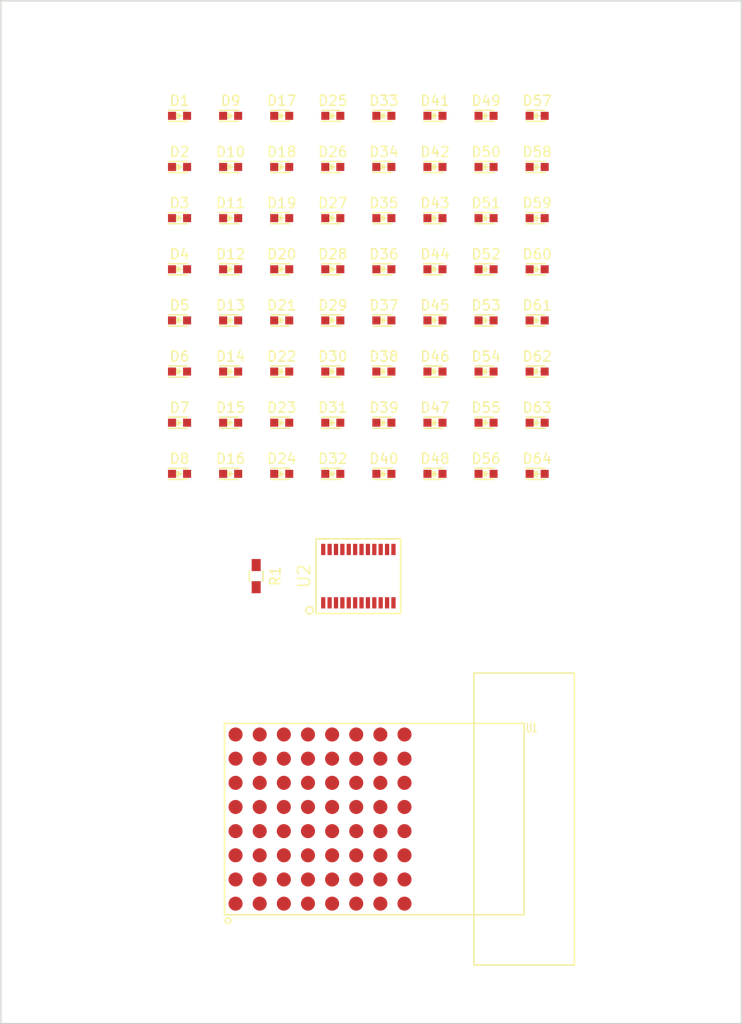
<source format=kicad_pcb>
(kicad_pcb (version 4) (host pcbnew 4.0.0-rc2-stable)

  (general
    (links 136)
    (no_connects 136)
    (area 140.894999 40.564999 214.705001 142.315001)
    (thickness 1.6)
    (drawings 4)
    (tracks 0)
    (zones 0)
    (modules 67)
    (nets 83)
  )

  (page A4)
  (layers
    (0 F.Cu signal)
    (31 B.Cu signal)
    (32 B.Adhes user)
    (33 F.Adhes user)
    (34 B.Paste user)
    (35 F.Paste user)
    (36 B.SilkS user)
    (37 F.SilkS user)
    (38 B.Mask user)
    (39 F.Mask user)
    (40 Dwgs.User user)
    (41 Cmts.User user)
    (42 Eco1.User user)
    (43 Eco2.User user)
    (44 Edge.Cuts user)
    (45 Margin user)
    (46 B.CrtYd user)
    (47 F.CrtYd user)
    (48 B.Fab user)
    (49 F.Fab user)
  )

  (setup
    (last_trace_width 0.25)
    (trace_clearance 0.2)
    (zone_clearance 0.508)
    (zone_45_only no)
    (trace_min 0.2)
    (segment_width 0.2)
    (edge_width 0.15)
    (via_size 0.6)
    (via_drill 0.4)
    (via_min_size 0.4)
    (via_min_drill 0.3)
    (uvia_size 0.3)
    (uvia_drill 0.1)
    (uvias_allowed no)
    (uvia_min_size 0.2)
    (uvia_min_drill 0.1)
    (pcb_text_width 0.3)
    (pcb_text_size 1.5 1.5)
    (mod_edge_width 0.15)
    (mod_text_size 1 1)
    (mod_text_width 0.15)
    (pad_size 1.524 1.524)
    (pad_drill 0.762)
    (pad_to_mask_clearance 0.2)
    (aux_axis_origin 0 0)
    (visible_elements 7FFFFFFF)
    (pcbplotparams
      (layerselection 0x00030_80000001)
      (usegerberextensions false)
      (excludeedgelayer true)
      (linewidth 0.100000)
      (plotframeref false)
      (viasonmask false)
      (mode 1)
      (useauxorigin false)
      (hpglpennumber 1)
      (hpglpenspeed 20)
      (hpglpendiameter 15)
      (hpglpenoverlay 2)
      (psnegative false)
      (psa4output false)
      (plotreference true)
      (plotvalue true)
      (plotinvisibletext false)
      (padsonsilk false)
      (subtractmaskfromsilk false)
      (outputformat 1)
      (mirror false)
      (drillshape 1)
      (scaleselection 1)
      (outputdirectory ""))
  )

  (net 0 "")
  (net 1 /SEGA)
  (net 2 "Net-(D1-Pad1)")
  (net 3 "Net-(D10-Pad1)")
  (net 4 "Net-(D11-Pad1)")
  (net 5 "Net-(D12-Pad1)")
  (net 6 "Net-(D13-Pad1)")
  (net 7 "Net-(D14-Pad1)")
  (net 8 "Net-(D15-Pad1)")
  (net 9 "Net-(D16-Pad1)")
  (net 10 /SEGB)
  (net 11 /SEGC)
  (net 12 /SEGD)
  (net 13 /SEGE)
  (net 14 /SEGF)
  (net 15 /SEGG)
  (net 16 /SEGDP)
  (net 17 VCC)
  (net 18 "Net-(R1-Pad2)")
  (net 19 GND)
  (net 20 "Net-(U1-PadA4)")
  (net 21 /SCLK)
  (net 22 "Net-(U1-PadA6)")
  (net 23 "Net-(U1-PadA7)")
  (net 24 /MISO)
  (net 25 /LED_LD)
  (net 26 "Net-(U1-PadB3)")
  (net 27 /MOSI)
  (net 28 "Net-(U1-PadB5)")
  (net 29 "Net-(U1-PadB6)")
  (net 30 "Net-(U1-PadB7)")
  (net 31 "Net-(U1-PadC1)")
  (net 32 "Net-(U1-PadC2)")
  (net 33 "Net-(U1-PadC3)")
  (net 34 "Net-(U1-PadC4)")
  (net 35 "Net-(U1-PadC5)")
  (net 36 "Net-(U1-PadC6)")
  (net 37 "Net-(U1-PadC7)")
  (net 38 "Net-(U1-PadC8)")
  (net 39 "Net-(U1-PadD1)")
  (net 40 "Net-(U1-PadD2)")
  (net 41 "Net-(U1-PadD3)")
  (net 42 "Net-(U1-PadD4)")
  (net 43 "Net-(U1-PadD5)")
  (net 44 "Net-(U1-PadD6)")
  (net 45 "Net-(U1-PadD7)")
  (net 46 "Net-(U1-PadE1)")
  (net 47 "Net-(U1-PadE2)")
  (net 48 "Net-(U1-PadE3)")
  (net 49 "Net-(U1-PadE4)")
  (net 50 "Net-(U1-PadE5)")
  (net 51 "Net-(U1-PadE6)")
  (net 52 "Net-(U1-PadE7)")
  (net 53 "Net-(U1-PadE8)")
  (net 54 "Net-(U1-PadF1)")
  (net 55 "Net-(U1-PadF2)")
  (net 56 "Net-(U1-PadF3)")
  (net 57 "Net-(U1-PadF4)")
  (net 58 "Net-(U1-PadF5)")
  (net 59 "Net-(U1-PadF6)")
  (net 60 "Net-(U1-PadF7)")
  (net 61 "Net-(U1-PadG1)")
  (net 62 "Net-(U1-PadG2)")
  (net 63 "Net-(U1-PadG3)")
  (net 64 "Net-(U1-PadG4)")
  (net 65 "Net-(U1-PadG5)")
  (net 66 "Net-(U1-PadG6)")
  (net 67 "Net-(U1-PadG7)")
  (net 68 "Net-(U1-PadH2)")
  (net 69 "Net-(U1-PadH3)")
  (net 70 "Net-(U1-PadH4)")
  (net 71 "Net-(U1-PadH5)")
  (net 72 "Net-(U1-PadH6)")
  (net 73 "Net-(U1-PadH7)")
  (net 74 /DIG0)
  (net 75 /DIG1)
  (net 76 /DIG2)
  (net 77 /DIG3)
  (net 78 /DIG4)
  (net 79 /DIG5)
  (net 80 /DIG6)
  (net 81 /DIG7)
  (net 82 "Net-(U2-Pad12)")

  (net_class Default "This is the default net class."
    (clearance 0.2)
    (trace_width 0.25)
    (via_dia 0.6)
    (via_drill 0.4)
    (uvia_dia 0.3)
    (uvia_drill 0.1)
    (add_net /DIG0)
    (add_net /DIG1)
    (add_net /DIG2)
    (add_net /DIG3)
    (add_net /DIG4)
    (add_net /DIG5)
    (add_net /DIG6)
    (add_net /DIG7)
    (add_net /LED_LD)
    (add_net /MISO)
    (add_net /MOSI)
    (add_net /SCLK)
    (add_net /SEGA)
    (add_net /SEGB)
    (add_net /SEGC)
    (add_net /SEGD)
    (add_net /SEGDP)
    (add_net /SEGE)
    (add_net /SEGF)
    (add_net /SEGG)
    (add_net GND)
    (add_net "Net-(D1-Pad1)")
    (add_net "Net-(D10-Pad1)")
    (add_net "Net-(D11-Pad1)")
    (add_net "Net-(D12-Pad1)")
    (add_net "Net-(D13-Pad1)")
    (add_net "Net-(D14-Pad1)")
    (add_net "Net-(D15-Pad1)")
    (add_net "Net-(D16-Pad1)")
    (add_net "Net-(R1-Pad2)")
    (add_net "Net-(U1-PadA4)")
    (add_net "Net-(U1-PadA6)")
    (add_net "Net-(U1-PadA7)")
    (add_net "Net-(U1-PadB3)")
    (add_net "Net-(U1-PadB5)")
    (add_net "Net-(U1-PadB6)")
    (add_net "Net-(U1-PadB7)")
    (add_net "Net-(U1-PadC1)")
    (add_net "Net-(U1-PadC2)")
    (add_net "Net-(U1-PadC3)")
    (add_net "Net-(U1-PadC4)")
    (add_net "Net-(U1-PadC5)")
    (add_net "Net-(U1-PadC6)")
    (add_net "Net-(U1-PadC7)")
    (add_net "Net-(U1-PadC8)")
    (add_net "Net-(U1-PadD1)")
    (add_net "Net-(U1-PadD2)")
    (add_net "Net-(U1-PadD3)")
    (add_net "Net-(U1-PadD4)")
    (add_net "Net-(U1-PadD5)")
    (add_net "Net-(U1-PadD6)")
    (add_net "Net-(U1-PadD7)")
    (add_net "Net-(U1-PadE1)")
    (add_net "Net-(U1-PadE2)")
    (add_net "Net-(U1-PadE3)")
    (add_net "Net-(U1-PadE4)")
    (add_net "Net-(U1-PadE5)")
    (add_net "Net-(U1-PadE6)")
    (add_net "Net-(U1-PadE7)")
    (add_net "Net-(U1-PadE8)")
    (add_net "Net-(U1-PadF1)")
    (add_net "Net-(U1-PadF2)")
    (add_net "Net-(U1-PadF3)")
    (add_net "Net-(U1-PadF4)")
    (add_net "Net-(U1-PadF5)")
    (add_net "Net-(U1-PadF6)")
    (add_net "Net-(U1-PadF7)")
    (add_net "Net-(U1-PadG1)")
    (add_net "Net-(U1-PadG2)")
    (add_net "Net-(U1-PadG3)")
    (add_net "Net-(U1-PadG4)")
    (add_net "Net-(U1-PadG5)")
    (add_net "Net-(U1-PadG6)")
    (add_net "Net-(U1-PadG7)")
    (add_net "Net-(U1-PadH2)")
    (add_net "Net-(U1-PadH3)")
    (add_net "Net-(U1-PadH4)")
    (add_net "Net-(U1-PadH5)")
    (add_net "Net-(U1-PadH6)")
    (add_net "Net-(U1-PadH7)")
    (add_net "Net-(U2-Pad12)")
    (add_net VCC)
  )

  (module LEDs:LED-0603 (layer F.Cu) (tedit 55BDE255) (tstamp 564C6694)
    (at 158.75 52.07)
    (descr "LED 0603 smd package")
    (tags "LED led 0603 SMD smd SMT smt smdled SMDLED smtled SMTLED")
    (path /564C713B)
    (attr smd)
    (fp_text reference D1 (at 0 -1.5) (layer F.SilkS)
      (effects (font (size 1 1) (thickness 0.15)))
    )
    (fp_text value LED (at 0 1.5) (layer F.Fab)
      (effects (font (size 1 1) (thickness 0.15)))
    )
    (fp_line (start -1.1 0.55) (end 0.8 0.55) (layer F.SilkS) (width 0.15))
    (fp_line (start -1.1 -0.55) (end 0.8 -0.55) (layer F.SilkS) (width 0.15))
    (fp_line (start -0.2 0) (end 0.25 0) (layer F.SilkS) (width 0.15))
    (fp_line (start -0.25 -0.25) (end -0.25 0.25) (layer F.SilkS) (width 0.15))
    (fp_line (start -0.25 0) (end 0 -0.25) (layer F.SilkS) (width 0.15))
    (fp_line (start 0 -0.25) (end 0 0.25) (layer F.SilkS) (width 0.15))
    (fp_line (start 0 0.25) (end -0.25 0) (layer F.SilkS) (width 0.15))
    (fp_line (start 1.4 -0.75) (end 1.4 0.75) (layer F.CrtYd) (width 0.05))
    (fp_line (start 1.4 0.75) (end -1.4 0.75) (layer F.CrtYd) (width 0.05))
    (fp_line (start -1.4 0.75) (end -1.4 -0.75) (layer F.CrtYd) (width 0.05))
    (fp_line (start -1.4 -0.75) (end 1.4 -0.75) (layer F.CrtYd) (width 0.05))
    (pad 2 smd rect (at 0.7493 0 180) (size 0.79756 0.79756) (layers F.Cu F.Paste F.Mask)
      (net 1 /SEGA))
    (pad 1 smd rect (at -0.7493 0 180) (size 0.79756 0.79756) (layers F.Cu F.Paste F.Mask)
      (net 2 "Net-(D1-Pad1)"))
  )

  (module LEDs:LED-0603 (layer F.Cu) (tedit 55BDE255) (tstamp 564C669A)
    (at 158.75 57.15)
    (descr "LED 0603 smd package")
    (tags "LED led 0603 SMD smd SMT smt smdled SMDLED smtled SMTLED")
    (path /564C74B8)
    (attr smd)
    (fp_text reference D2 (at 0 -1.5) (layer F.SilkS)
      (effects (font (size 1 1) (thickness 0.15)))
    )
    (fp_text value LED (at 0 1.5) (layer F.Fab)
      (effects (font (size 1 1) (thickness 0.15)))
    )
    (fp_line (start -1.1 0.55) (end 0.8 0.55) (layer F.SilkS) (width 0.15))
    (fp_line (start -1.1 -0.55) (end 0.8 -0.55) (layer F.SilkS) (width 0.15))
    (fp_line (start -0.2 0) (end 0.25 0) (layer F.SilkS) (width 0.15))
    (fp_line (start -0.25 -0.25) (end -0.25 0.25) (layer F.SilkS) (width 0.15))
    (fp_line (start -0.25 0) (end 0 -0.25) (layer F.SilkS) (width 0.15))
    (fp_line (start 0 -0.25) (end 0 0.25) (layer F.SilkS) (width 0.15))
    (fp_line (start 0 0.25) (end -0.25 0) (layer F.SilkS) (width 0.15))
    (fp_line (start 1.4 -0.75) (end 1.4 0.75) (layer F.CrtYd) (width 0.05))
    (fp_line (start 1.4 0.75) (end -1.4 0.75) (layer F.CrtYd) (width 0.05))
    (fp_line (start -1.4 0.75) (end -1.4 -0.75) (layer F.CrtYd) (width 0.05))
    (fp_line (start -1.4 -0.75) (end 1.4 -0.75) (layer F.CrtYd) (width 0.05))
    (pad 2 smd rect (at 0.7493 0 180) (size 0.79756 0.79756) (layers F.Cu F.Paste F.Mask)
      (net 1 /SEGA))
    (pad 1 smd rect (at -0.7493 0 180) (size 0.79756 0.79756) (layers F.Cu F.Paste F.Mask)
      (net 3 "Net-(D10-Pad1)"))
  )

  (module LEDs:LED-0603 (layer F.Cu) (tedit 55BDE255) (tstamp 564C66A0)
    (at 158.75 62.23)
    (descr "LED 0603 smd package")
    (tags "LED led 0603 SMD smd SMT smt smdled SMDLED smtled SMTLED")
    (path /564C75F7)
    (attr smd)
    (fp_text reference D3 (at 0 -1.5) (layer F.SilkS)
      (effects (font (size 1 1) (thickness 0.15)))
    )
    (fp_text value LED (at 0 1.5) (layer F.Fab)
      (effects (font (size 1 1) (thickness 0.15)))
    )
    (fp_line (start -1.1 0.55) (end 0.8 0.55) (layer F.SilkS) (width 0.15))
    (fp_line (start -1.1 -0.55) (end 0.8 -0.55) (layer F.SilkS) (width 0.15))
    (fp_line (start -0.2 0) (end 0.25 0) (layer F.SilkS) (width 0.15))
    (fp_line (start -0.25 -0.25) (end -0.25 0.25) (layer F.SilkS) (width 0.15))
    (fp_line (start -0.25 0) (end 0 -0.25) (layer F.SilkS) (width 0.15))
    (fp_line (start 0 -0.25) (end 0 0.25) (layer F.SilkS) (width 0.15))
    (fp_line (start 0 0.25) (end -0.25 0) (layer F.SilkS) (width 0.15))
    (fp_line (start 1.4 -0.75) (end 1.4 0.75) (layer F.CrtYd) (width 0.05))
    (fp_line (start 1.4 0.75) (end -1.4 0.75) (layer F.CrtYd) (width 0.05))
    (fp_line (start -1.4 0.75) (end -1.4 -0.75) (layer F.CrtYd) (width 0.05))
    (fp_line (start -1.4 -0.75) (end 1.4 -0.75) (layer F.CrtYd) (width 0.05))
    (pad 2 smd rect (at 0.7493 0 180) (size 0.79756 0.79756) (layers F.Cu F.Paste F.Mask)
      (net 1 /SEGA))
    (pad 1 smd rect (at -0.7493 0 180) (size 0.79756 0.79756) (layers F.Cu F.Paste F.Mask)
      (net 4 "Net-(D11-Pad1)"))
  )

  (module LEDs:LED-0603 (layer F.Cu) (tedit 55BDE255) (tstamp 564C66A6)
    (at 158.75 67.31)
    (descr "LED 0603 smd package")
    (tags "LED led 0603 SMD smd SMT smt smdled SMDLED smtled SMTLED")
    (path /564C7EBE)
    (attr smd)
    (fp_text reference D4 (at 0 -1.5) (layer F.SilkS)
      (effects (font (size 1 1) (thickness 0.15)))
    )
    (fp_text value LED (at 0 1.5) (layer F.Fab)
      (effects (font (size 1 1) (thickness 0.15)))
    )
    (fp_line (start -1.1 0.55) (end 0.8 0.55) (layer F.SilkS) (width 0.15))
    (fp_line (start -1.1 -0.55) (end 0.8 -0.55) (layer F.SilkS) (width 0.15))
    (fp_line (start -0.2 0) (end 0.25 0) (layer F.SilkS) (width 0.15))
    (fp_line (start -0.25 -0.25) (end -0.25 0.25) (layer F.SilkS) (width 0.15))
    (fp_line (start -0.25 0) (end 0 -0.25) (layer F.SilkS) (width 0.15))
    (fp_line (start 0 -0.25) (end 0 0.25) (layer F.SilkS) (width 0.15))
    (fp_line (start 0 0.25) (end -0.25 0) (layer F.SilkS) (width 0.15))
    (fp_line (start 1.4 -0.75) (end 1.4 0.75) (layer F.CrtYd) (width 0.05))
    (fp_line (start 1.4 0.75) (end -1.4 0.75) (layer F.CrtYd) (width 0.05))
    (fp_line (start -1.4 0.75) (end -1.4 -0.75) (layer F.CrtYd) (width 0.05))
    (fp_line (start -1.4 -0.75) (end 1.4 -0.75) (layer F.CrtYd) (width 0.05))
    (pad 2 smd rect (at 0.7493 0 180) (size 0.79756 0.79756) (layers F.Cu F.Paste F.Mask)
      (net 1 /SEGA))
    (pad 1 smd rect (at -0.7493 0 180) (size 0.79756 0.79756) (layers F.Cu F.Paste F.Mask)
      (net 5 "Net-(D12-Pad1)"))
  )

  (module LEDs:LED-0603 (layer F.Cu) (tedit 55BDE255) (tstamp 564C66AC)
    (at 158.75 72.39)
    (descr "LED 0603 smd package")
    (tags "LED led 0603 SMD smd SMT smt smdled SMDLED smtled SMTLED")
    (path /564CB147)
    (attr smd)
    (fp_text reference D5 (at 0 -1.5) (layer F.SilkS)
      (effects (font (size 1 1) (thickness 0.15)))
    )
    (fp_text value LED (at 0 1.5) (layer F.Fab)
      (effects (font (size 1 1) (thickness 0.15)))
    )
    (fp_line (start -1.1 0.55) (end 0.8 0.55) (layer F.SilkS) (width 0.15))
    (fp_line (start -1.1 -0.55) (end 0.8 -0.55) (layer F.SilkS) (width 0.15))
    (fp_line (start -0.2 0) (end 0.25 0) (layer F.SilkS) (width 0.15))
    (fp_line (start -0.25 -0.25) (end -0.25 0.25) (layer F.SilkS) (width 0.15))
    (fp_line (start -0.25 0) (end 0 -0.25) (layer F.SilkS) (width 0.15))
    (fp_line (start 0 -0.25) (end 0 0.25) (layer F.SilkS) (width 0.15))
    (fp_line (start 0 0.25) (end -0.25 0) (layer F.SilkS) (width 0.15))
    (fp_line (start 1.4 -0.75) (end 1.4 0.75) (layer F.CrtYd) (width 0.05))
    (fp_line (start 1.4 0.75) (end -1.4 0.75) (layer F.CrtYd) (width 0.05))
    (fp_line (start -1.4 0.75) (end -1.4 -0.75) (layer F.CrtYd) (width 0.05))
    (fp_line (start -1.4 -0.75) (end 1.4 -0.75) (layer F.CrtYd) (width 0.05))
    (pad 2 smd rect (at 0.7493 0 180) (size 0.79756 0.79756) (layers F.Cu F.Paste F.Mask)
      (net 1 /SEGA))
    (pad 1 smd rect (at -0.7493 0 180) (size 0.79756 0.79756) (layers F.Cu F.Paste F.Mask)
      (net 6 "Net-(D13-Pad1)"))
  )

  (module LEDs:LED-0603 (layer F.Cu) (tedit 55BDE255) (tstamp 564C66B2)
    (at 158.75 77.47)
    (descr "LED 0603 smd package")
    (tags "LED led 0603 SMD smd SMT smt smdled SMDLED smtled SMTLED")
    (path /564CB18A)
    (attr smd)
    (fp_text reference D6 (at 0 -1.5) (layer F.SilkS)
      (effects (font (size 1 1) (thickness 0.15)))
    )
    (fp_text value LED (at 0 1.5) (layer F.Fab)
      (effects (font (size 1 1) (thickness 0.15)))
    )
    (fp_line (start -1.1 0.55) (end 0.8 0.55) (layer F.SilkS) (width 0.15))
    (fp_line (start -1.1 -0.55) (end 0.8 -0.55) (layer F.SilkS) (width 0.15))
    (fp_line (start -0.2 0) (end 0.25 0) (layer F.SilkS) (width 0.15))
    (fp_line (start -0.25 -0.25) (end -0.25 0.25) (layer F.SilkS) (width 0.15))
    (fp_line (start -0.25 0) (end 0 -0.25) (layer F.SilkS) (width 0.15))
    (fp_line (start 0 -0.25) (end 0 0.25) (layer F.SilkS) (width 0.15))
    (fp_line (start 0 0.25) (end -0.25 0) (layer F.SilkS) (width 0.15))
    (fp_line (start 1.4 -0.75) (end 1.4 0.75) (layer F.CrtYd) (width 0.05))
    (fp_line (start 1.4 0.75) (end -1.4 0.75) (layer F.CrtYd) (width 0.05))
    (fp_line (start -1.4 0.75) (end -1.4 -0.75) (layer F.CrtYd) (width 0.05))
    (fp_line (start -1.4 -0.75) (end 1.4 -0.75) (layer F.CrtYd) (width 0.05))
    (pad 2 smd rect (at 0.7493 0 180) (size 0.79756 0.79756) (layers F.Cu F.Paste F.Mask)
      (net 1 /SEGA))
    (pad 1 smd rect (at -0.7493 0 180) (size 0.79756 0.79756) (layers F.Cu F.Paste F.Mask)
      (net 7 "Net-(D14-Pad1)"))
  )

  (module LEDs:LED-0603 (layer F.Cu) (tedit 55BDE255) (tstamp 564C66B8)
    (at 158.75 82.55)
    (descr "LED 0603 smd package")
    (tags "LED led 0603 SMD smd SMT smt smdled SMDLED smtled SMTLED")
    (path /564CB1CD)
    (attr smd)
    (fp_text reference D7 (at 0 -1.5) (layer F.SilkS)
      (effects (font (size 1 1) (thickness 0.15)))
    )
    (fp_text value LED (at 0 1.5) (layer F.Fab)
      (effects (font (size 1 1) (thickness 0.15)))
    )
    (fp_line (start -1.1 0.55) (end 0.8 0.55) (layer F.SilkS) (width 0.15))
    (fp_line (start -1.1 -0.55) (end 0.8 -0.55) (layer F.SilkS) (width 0.15))
    (fp_line (start -0.2 0) (end 0.25 0) (layer F.SilkS) (width 0.15))
    (fp_line (start -0.25 -0.25) (end -0.25 0.25) (layer F.SilkS) (width 0.15))
    (fp_line (start -0.25 0) (end 0 -0.25) (layer F.SilkS) (width 0.15))
    (fp_line (start 0 -0.25) (end 0 0.25) (layer F.SilkS) (width 0.15))
    (fp_line (start 0 0.25) (end -0.25 0) (layer F.SilkS) (width 0.15))
    (fp_line (start 1.4 -0.75) (end 1.4 0.75) (layer F.CrtYd) (width 0.05))
    (fp_line (start 1.4 0.75) (end -1.4 0.75) (layer F.CrtYd) (width 0.05))
    (fp_line (start -1.4 0.75) (end -1.4 -0.75) (layer F.CrtYd) (width 0.05))
    (fp_line (start -1.4 -0.75) (end 1.4 -0.75) (layer F.CrtYd) (width 0.05))
    (pad 2 smd rect (at 0.7493 0 180) (size 0.79756 0.79756) (layers F.Cu F.Paste F.Mask)
      (net 1 /SEGA))
    (pad 1 smd rect (at -0.7493 0 180) (size 0.79756 0.79756) (layers F.Cu F.Paste F.Mask)
      (net 8 "Net-(D15-Pad1)"))
  )

  (module LEDs:LED-0603 (layer F.Cu) (tedit 55BDE255) (tstamp 564C66BE)
    (at 158.75 87.63)
    (descr "LED 0603 smd package")
    (tags "LED led 0603 SMD smd SMT smt smdled SMDLED smtled SMTLED")
    (path /564CB210)
    (attr smd)
    (fp_text reference D8 (at 0 -1.5) (layer F.SilkS)
      (effects (font (size 1 1) (thickness 0.15)))
    )
    (fp_text value LED (at 0 1.5) (layer F.Fab)
      (effects (font (size 1 1) (thickness 0.15)))
    )
    (fp_line (start -1.1 0.55) (end 0.8 0.55) (layer F.SilkS) (width 0.15))
    (fp_line (start -1.1 -0.55) (end 0.8 -0.55) (layer F.SilkS) (width 0.15))
    (fp_line (start -0.2 0) (end 0.25 0) (layer F.SilkS) (width 0.15))
    (fp_line (start -0.25 -0.25) (end -0.25 0.25) (layer F.SilkS) (width 0.15))
    (fp_line (start -0.25 0) (end 0 -0.25) (layer F.SilkS) (width 0.15))
    (fp_line (start 0 -0.25) (end 0 0.25) (layer F.SilkS) (width 0.15))
    (fp_line (start 0 0.25) (end -0.25 0) (layer F.SilkS) (width 0.15))
    (fp_line (start 1.4 -0.75) (end 1.4 0.75) (layer F.CrtYd) (width 0.05))
    (fp_line (start 1.4 0.75) (end -1.4 0.75) (layer F.CrtYd) (width 0.05))
    (fp_line (start -1.4 0.75) (end -1.4 -0.75) (layer F.CrtYd) (width 0.05))
    (fp_line (start -1.4 -0.75) (end 1.4 -0.75) (layer F.CrtYd) (width 0.05))
    (pad 2 smd rect (at 0.7493 0 180) (size 0.79756 0.79756) (layers F.Cu F.Paste F.Mask)
      (net 1 /SEGA))
    (pad 1 smd rect (at -0.7493 0 180) (size 0.79756 0.79756) (layers F.Cu F.Paste F.Mask)
      (net 9 "Net-(D16-Pad1)"))
  )

  (module LEDs:LED-0603 (layer F.Cu) (tedit 55BDE255) (tstamp 564C66C4)
    (at 163.83 52.07)
    (descr "LED 0603 smd package")
    (tags "LED led 0603 SMD smd SMT smt smdled SMDLED smtled SMTLED")
    (path /564C6018)
    (attr smd)
    (fp_text reference D9 (at 0 -1.5) (layer F.SilkS)
      (effects (font (size 1 1) (thickness 0.15)))
    )
    (fp_text value LED (at 0 1.5) (layer F.Fab)
      (effects (font (size 1 1) (thickness 0.15)))
    )
    (fp_line (start -1.1 0.55) (end 0.8 0.55) (layer F.SilkS) (width 0.15))
    (fp_line (start -1.1 -0.55) (end 0.8 -0.55) (layer F.SilkS) (width 0.15))
    (fp_line (start -0.2 0) (end 0.25 0) (layer F.SilkS) (width 0.15))
    (fp_line (start -0.25 -0.25) (end -0.25 0.25) (layer F.SilkS) (width 0.15))
    (fp_line (start -0.25 0) (end 0 -0.25) (layer F.SilkS) (width 0.15))
    (fp_line (start 0 -0.25) (end 0 0.25) (layer F.SilkS) (width 0.15))
    (fp_line (start 0 0.25) (end -0.25 0) (layer F.SilkS) (width 0.15))
    (fp_line (start 1.4 -0.75) (end 1.4 0.75) (layer F.CrtYd) (width 0.05))
    (fp_line (start 1.4 0.75) (end -1.4 0.75) (layer F.CrtYd) (width 0.05))
    (fp_line (start -1.4 0.75) (end -1.4 -0.75) (layer F.CrtYd) (width 0.05))
    (fp_line (start -1.4 -0.75) (end 1.4 -0.75) (layer F.CrtYd) (width 0.05))
    (pad 2 smd rect (at 0.7493 0 180) (size 0.79756 0.79756) (layers F.Cu F.Paste F.Mask)
      (net 10 /SEGB))
    (pad 1 smd rect (at -0.7493 0 180) (size 0.79756 0.79756) (layers F.Cu F.Paste F.Mask)
      (net 2 "Net-(D1-Pad1)"))
  )

  (module LEDs:LED-0603 (layer F.Cu) (tedit 55BDE255) (tstamp 564C66CA)
    (at 163.83 57.15)
    (descr "LED 0603 smd package")
    (tags "LED led 0603 SMD smd SMT smt smdled SMDLED smtled SMTLED")
    (path /564C747D)
    (attr smd)
    (fp_text reference D10 (at 0 -1.5) (layer F.SilkS)
      (effects (font (size 1 1) (thickness 0.15)))
    )
    (fp_text value LED (at 0 1.5) (layer F.Fab)
      (effects (font (size 1 1) (thickness 0.15)))
    )
    (fp_line (start -1.1 0.55) (end 0.8 0.55) (layer F.SilkS) (width 0.15))
    (fp_line (start -1.1 -0.55) (end 0.8 -0.55) (layer F.SilkS) (width 0.15))
    (fp_line (start -0.2 0) (end 0.25 0) (layer F.SilkS) (width 0.15))
    (fp_line (start -0.25 -0.25) (end -0.25 0.25) (layer F.SilkS) (width 0.15))
    (fp_line (start -0.25 0) (end 0 -0.25) (layer F.SilkS) (width 0.15))
    (fp_line (start 0 -0.25) (end 0 0.25) (layer F.SilkS) (width 0.15))
    (fp_line (start 0 0.25) (end -0.25 0) (layer F.SilkS) (width 0.15))
    (fp_line (start 1.4 -0.75) (end 1.4 0.75) (layer F.CrtYd) (width 0.05))
    (fp_line (start 1.4 0.75) (end -1.4 0.75) (layer F.CrtYd) (width 0.05))
    (fp_line (start -1.4 0.75) (end -1.4 -0.75) (layer F.CrtYd) (width 0.05))
    (fp_line (start -1.4 -0.75) (end 1.4 -0.75) (layer F.CrtYd) (width 0.05))
    (pad 2 smd rect (at 0.7493 0 180) (size 0.79756 0.79756) (layers F.Cu F.Paste F.Mask)
      (net 10 /SEGB))
    (pad 1 smd rect (at -0.7493 0 180) (size 0.79756 0.79756) (layers F.Cu F.Paste F.Mask)
      (net 3 "Net-(D10-Pad1)"))
  )

  (module LEDs:LED-0603 (layer F.Cu) (tedit 55BDE255) (tstamp 564C66D0)
    (at 163.83 62.23)
    (descr "LED 0603 smd package")
    (tags "LED led 0603 SMD smd SMT smt smdled SMDLED smtled SMTLED")
    (path /564C75BC)
    (attr smd)
    (fp_text reference D11 (at 0 -1.5) (layer F.SilkS)
      (effects (font (size 1 1) (thickness 0.15)))
    )
    (fp_text value LED (at 0 1.5) (layer F.Fab)
      (effects (font (size 1 1) (thickness 0.15)))
    )
    (fp_line (start -1.1 0.55) (end 0.8 0.55) (layer F.SilkS) (width 0.15))
    (fp_line (start -1.1 -0.55) (end 0.8 -0.55) (layer F.SilkS) (width 0.15))
    (fp_line (start -0.2 0) (end 0.25 0) (layer F.SilkS) (width 0.15))
    (fp_line (start -0.25 -0.25) (end -0.25 0.25) (layer F.SilkS) (width 0.15))
    (fp_line (start -0.25 0) (end 0 -0.25) (layer F.SilkS) (width 0.15))
    (fp_line (start 0 -0.25) (end 0 0.25) (layer F.SilkS) (width 0.15))
    (fp_line (start 0 0.25) (end -0.25 0) (layer F.SilkS) (width 0.15))
    (fp_line (start 1.4 -0.75) (end 1.4 0.75) (layer F.CrtYd) (width 0.05))
    (fp_line (start 1.4 0.75) (end -1.4 0.75) (layer F.CrtYd) (width 0.05))
    (fp_line (start -1.4 0.75) (end -1.4 -0.75) (layer F.CrtYd) (width 0.05))
    (fp_line (start -1.4 -0.75) (end 1.4 -0.75) (layer F.CrtYd) (width 0.05))
    (pad 2 smd rect (at 0.7493 0 180) (size 0.79756 0.79756) (layers F.Cu F.Paste F.Mask)
      (net 10 /SEGB))
    (pad 1 smd rect (at -0.7493 0 180) (size 0.79756 0.79756) (layers F.Cu F.Paste F.Mask)
      (net 4 "Net-(D11-Pad1)"))
  )

  (module LEDs:LED-0603 (layer F.Cu) (tedit 55BDE255) (tstamp 564C66D6)
    (at 163.83 67.31)
    (descr "LED 0603 smd package")
    (tags "LED led 0603 SMD smd SMT smt smdled SMDLED smtled SMTLED")
    (path /564C7E83)
    (attr smd)
    (fp_text reference D12 (at 0 -1.5) (layer F.SilkS)
      (effects (font (size 1 1) (thickness 0.15)))
    )
    (fp_text value LED (at 0 1.5) (layer F.Fab)
      (effects (font (size 1 1) (thickness 0.15)))
    )
    (fp_line (start -1.1 0.55) (end 0.8 0.55) (layer F.SilkS) (width 0.15))
    (fp_line (start -1.1 -0.55) (end 0.8 -0.55) (layer F.SilkS) (width 0.15))
    (fp_line (start -0.2 0) (end 0.25 0) (layer F.SilkS) (width 0.15))
    (fp_line (start -0.25 -0.25) (end -0.25 0.25) (layer F.SilkS) (width 0.15))
    (fp_line (start -0.25 0) (end 0 -0.25) (layer F.SilkS) (width 0.15))
    (fp_line (start 0 -0.25) (end 0 0.25) (layer F.SilkS) (width 0.15))
    (fp_line (start 0 0.25) (end -0.25 0) (layer F.SilkS) (width 0.15))
    (fp_line (start 1.4 -0.75) (end 1.4 0.75) (layer F.CrtYd) (width 0.05))
    (fp_line (start 1.4 0.75) (end -1.4 0.75) (layer F.CrtYd) (width 0.05))
    (fp_line (start -1.4 0.75) (end -1.4 -0.75) (layer F.CrtYd) (width 0.05))
    (fp_line (start -1.4 -0.75) (end 1.4 -0.75) (layer F.CrtYd) (width 0.05))
    (pad 2 smd rect (at 0.7493 0 180) (size 0.79756 0.79756) (layers F.Cu F.Paste F.Mask)
      (net 10 /SEGB))
    (pad 1 smd rect (at -0.7493 0 180) (size 0.79756 0.79756) (layers F.Cu F.Paste F.Mask)
      (net 5 "Net-(D12-Pad1)"))
  )

  (module LEDs:LED-0603 (layer F.Cu) (tedit 55BDE255) (tstamp 564C66DC)
    (at 163.83 72.39)
    (descr "LED 0603 smd package")
    (tags "LED led 0603 SMD smd SMT smt smdled SMDLED smtled SMTLED")
    (path /564CB10C)
    (attr smd)
    (fp_text reference D13 (at 0 -1.5) (layer F.SilkS)
      (effects (font (size 1 1) (thickness 0.15)))
    )
    (fp_text value LED (at 0 1.5) (layer F.Fab)
      (effects (font (size 1 1) (thickness 0.15)))
    )
    (fp_line (start -1.1 0.55) (end 0.8 0.55) (layer F.SilkS) (width 0.15))
    (fp_line (start -1.1 -0.55) (end 0.8 -0.55) (layer F.SilkS) (width 0.15))
    (fp_line (start -0.2 0) (end 0.25 0) (layer F.SilkS) (width 0.15))
    (fp_line (start -0.25 -0.25) (end -0.25 0.25) (layer F.SilkS) (width 0.15))
    (fp_line (start -0.25 0) (end 0 -0.25) (layer F.SilkS) (width 0.15))
    (fp_line (start 0 -0.25) (end 0 0.25) (layer F.SilkS) (width 0.15))
    (fp_line (start 0 0.25) (end -0.25 0) (layer F.SilkS) (width 0.15))
    (fp_line (start 1.4 -0.75) (end 1.4 0.75) (layer F.CrtYd) (width 0.05))
    (fp_line (start 1.4 0.75) (end -1.4 0.75) (layer F.CrtYd) (width 0.05))
    (fp_line (start -1.4 0.75) (end -1.4 -0.75) (layer F.CrtYd) (width 0.05))
    (fp_line (start -1.4 -0.75) (end 1.4 -0.75) (layer F.CrtYd) (width 0.05))
    (pad 2 smd rect (at 0.7493 0 180) (size 0.79756 0.79756) (layers F.Cu F.Paste F.Mask)
      (net 10 /SEGB))
    (pad 1 smd rect (at -0.7493 0 180) (size 0.79756 0.79756) (layers F.Cu F.Paste F.Mask)
      (net 6 "Net-(D13-Pad1)"))
  )

  (module LEDs:LED-0603 (layer F.Cu) (tedit 55BDE255) (tstamp 564C66E2)
    (at 163.83 77.47)
    (descr "LED 0603 smd package")
    (tags "LED led 0603 SMD smd SMT smt smdled SMDLED smtled SMTLED")
    (path /564CB14F)
    (attr smd)
    (fp_text reference D14 (at 0 -1.5) (layer F.SilkS)
      (effects (font (size 1 1) (thickness 0.15)))
    )
    (fp_text value LED (at 0 1.5) (layer F.Fab)
      (effects (font (size 1 1) (thickness 0.15)))
    )
    (fp_line (start -1.1 0.55) (end 0.8 0.55) (layer F.SilkS) (width 0.15))
    (fp_line (start -1.1 -0.55) (end 0.8 -0.55) (layer F.SilkS) (width 0.15))
    (fp_line (start -0.2 0) (end 0.25 0) (layer F.SilkS) (width 0.15))
    (fp_line (start -0.25 -0.25) (end -0.25 0.25) (layer F.SilkS) (width 0.15))
    (fp_line (start -0.25 0) (end 0 -0.25) (layer F.SilkS) (width 0.15))
    (fp_line (start 0 -0.25) (end 0 0.25) (layer F.SilkS) (width 0.15))
    (fp_line (start 0 0.25) (end -0.25 0) (layer F.SilkS) (width 0.15))
    (fp_line (start 1.4 -0.75) (end 1.4 0.75) (layer F.CrtYd) (width 0.05))
    (fp_line (start 1.4 0.75) (end -1.4 0.75) (layer F.CrtYd) (width 0.05))
    (fp_line (start -1.4 0.75) (end -1.4 -0.75) (layer F.CrtYd) (width 0.05))
    (fp_line (start -1.4 -0.75) (end 1.4 -0.75) (layer F.CrtYd) (width 0.05))
    (pad 2 smd rect (at 0.7493 0 180) (size 0.79756 0.79756) (layers F.Cu F.Paste F.Mask)
      (net 10 /SEGB))
    (pad 1 smd rect (at -0.7493 0 180) (size 0.79756 0.79756) (layers F.Cu F.Paste F.Mask)
      (net 7 "Net-(D14-Pad1)"))
  )

  (module LEDs:LED-0603 (layer F.Cu) (tedit 55BDE255) (tstamp 564C66E8)
    (at 163.83 82.55)
    (descr "LED 0603 smd package")
    (tags "LED led 0603 SMD smd SMT smt smdled SMDLED smtled SMTLED")
    (path /564CB192)
    (attr smd)
    (fp_text reference D15 (at 0 -1.5) (layer F.SilkS)
      (effects (font (size 1 1) (thickness 0.15)))
    )
    (fp_text value LED (at 0 1.5) (layer F.Fab)
      (effects (font (size 1 1) (thickness 0.15)))
    )
    (fp_line (start -1.1 0.55) (end 0.8 0.55) (layer F.SilkS) (width 0.15))
    (fp_line (start -1.1 -0.55) (end 0.8 -0.55) (layer F.SilkS) (width 0.15))
    (fp_line (start -0.2 0) (end 0.25 0) (layer F.SilkS) (width 0.15))
    (fp_line (start -0.25 -0.25) (end -0.25 0.25) (layer F.SilkS) (width 0.15))
    (fp_line (start -0.25 0) (end 0 -0.25) (layer F.SilkS) (width 0.15))
    (fp_line (start 0 -0.25) (end 0 0.25) (layer F.SilkS) (width 0.15))
    (fp_line (start 0 0.25) (end -0.25 0) (layer F.SilkS) (width 0.15))
    (fp_line (start 1.4 -0.75) (end 1.4 0.75) (layer F.CrtYd) (width 0.05))
    (fp_line (start 1.4 0.75) (end -1.4 0.75) (layer F.CrtYd) (width 0.05))
    (fp_line (start -1.4 0.75) (end -1.4 -0.75) (layer F.CrtYd) (width 0.05))
    (fp_line (start -1.4 -0.75) (end 1.4 -0.75) (layer F.CrtYd) (width 0.05))
    (pad 2 smd rect (at 0.7493 0 180) (size 0.79756 0.79756) (layers F.Cu F.Paste F.Mask)
      (net 10 /SEGB))
    (pad 1 smd rect (at -0.7493 0 180) (size 0.79756 0.79756) (layers F.Cu F.Paste F.Mask)
      (net 8 "Net-(D15-Pad1)"))
  )

  (module LEDs:LED-0603 (layer F.Cu) (tedit 55BDE255) (tstamp 564C66EE)
    (at 163.83 87.63)
    (descr "LED 0603 smd package")
    (tags "LED led 0603 SMD smd SMT smt smdled SMDLED smtled SMTLED")
    (path /564CB1D5)
    (attr smd)
    (fp_text reference D16 (at 0 -1.5) (layer F.SilkS)
      (effects (font (size 1 1) (thickness 0.15)))
    )
    (fp_text value LED (at 0 1.5) (layer F.Fab)
      (effects (font (size 1 1) (thickness 0.15)))
    )
    (fp_line (start -1.1 0.55) (end 0.8 0.55) (layer F.SilkS) (width 0.15))
    (fp_line (start -1.1 -0.55) (end 0.8 -0.55) (layer F.SilkS) (width 0.15))
    (fp_line (start -0.2 0) (end 0.25 0) (layer F.SilkS) (width 0.15))
    (fp_line (start -0.25 -0.25) (end -0.25 0.25) (layer F.SilkS) (width 0.15))
    (fp_line (start -0.25 0) (end 0 -0.25) (layer F.SilkS) (width 0.15))
    (fp_line (start 0 -0.25) (end 0 0.25) (layer F.SilkS) (width 0.15))
    (fp_line (start 0 0.25) (end -0.25 0) (layer F.SilkS) (width 0.15))
    (fp_line (start 1.4 -0.75) (end 1.4 0.75) (layer F.CrtYd) (width 0.05))
    (fp_line (start 1.4 0.75) (end -1.4 0.75) (layer F.CrtYd) (width 0.05))
    (fp_line (start -1.4 0.75) (end -1.4 -0.75) (layer F.CrtYd) (width 0.05))
    (fp_line (start -1.4 -0.75) (end 1.4 -0.75) (layer F.CrtYd) (width 0.05))
    (pad 2 smd rect (at 0.7493 0 180) (size 0.79756 0.79756) (layers F.Cu F.Paste F.Mask)
      (net 10 /SEGB))
    (pad 1 smd rect (at -0.7493 0 180) (size 0.79756 0.79756) (layers F.Cu F.Paste F.Mask)
      (net 9 "Net-(D16-Pad1)"))
  )

  (module LEDs:LED-0603 (layer F.Cu) (tedit 55BDE255) (tstamp 564C66F4)
    (at 168.91 52.07)
    (descr "LED 0603 smd package")
    (tags "LED led 0603 SMD smd SMT smt smdled SMDLED smtled SMTLED")
    (path /564C605E)
    (attr smd)
    (fp_text reference D17 (at 0 -1.5) (layer F.SilkS)
      (effects (font (size 1 1) (thickness 0.15)))
    )
    (fp_text value LED (at 0 1.5) (layer F.Fab)
      (effects (font (size 1 1) (thickness 0.15)))
    )
    (fp_line (start -1.1 0.55) (end 0.8 0.55) (layer F.SilkS) (width 0.15))
    (fp_line (start -1.1 -0.55) (end 0.8 -0.55) (layer F.SilkS) (width 0.15))
    (fp_line (start -0.2 0) (end 0.25 0) (layer F.SilkS) (width 0.15))
    (fp_line (start -0.25 -0.25) (end -0.25 0.25) (layer F.SilkS) (width 0.15))
    (fp_line (start -0.25 0) (end 0 -0.25) (layer F.SilkS) (width 0.15))
    (fp_line (start 0 -0.25) (end 0 0.25) (layer F.SilkS) (width 0.15))
    (fp_line (start 0 0.25) (end -0.25 0) (layer F.SilkS) (width 0.15))
    (fp_line (start 1.4 -0.75) (end 1.4 0.75) (layer F.CrtYd) (width 0.05))
    (fp_line (start 1.4 0.75) (end -1.4 0.75) (layer F.CrtYd) (width 0.05))
    (fp_line (start -1.4 0.75) (end -1.4 -0.75) (layer F.CrtYd) (width 0.05))
    (fp_line (start -1.4 -0.75) (end 1.4 -0.75) (layer F.CrtYd) (width 0.05))
    (pad 2 smd rect (at 0.7493 0 180) (size 0.79756 0.79756) (layers F.Cu F.Paste F.Mask)
      (net 11 /SEGC))
    (pad 1 smd rect (at -0.7493 0 180) (size 0.79756 0.79756) (layers F.Cu F.Paste F.Mask)
      (net 2 "Net-(D1-Pad1)"))
  )

  (module LEDs:LED-0603 (layer F.Cu) (tedit 55BDE255) (tstamp 564C66FA)
    (at 168.91 57.15)
    (descr "LED 0603 smd package")
    (tags "LED led 0603 SMD smd SMT smt smdled SMDLED smtled SMTLED")
    (path /564C7483)
    (attr smd)
    (fp_text reference D18 (at 0 -1.5) (layer F.SilkS)
      (effects (font (size 1 1) (thickness 0.15)))
    )
    (fp_text value LED (at 0 1.5) (layer F.Fab)
      (effects (font (size 1 1) (thickness 0.15)))
    )
    (fp_line (start -1.1 0.55) (end 0.8 0.55) (layer F.SilkS) (width 0.15))
    (fp_line (start -1.1 -0.55) (end 0.8 -0.55) (layer F.SilkS) (width 0.15))
    (fp_line (start -0.2 0) (end 0.25 0) (layer F.SilkS) (width 0.15))
    (fp_line (start -0.25 -0.25) (end -0.25 0.25) (layer F.SilkS) (width 0.15))
    (fp_line (start -0.25 0) (end 0 -0.25) (layer F.SilkS) (width 0.15))
    (fp_line (start 0 -0.25) (end 0 0.25) (layer F.SilkS) (width 0.15))
    (fp_line (start 0 0.25) (end -0.25 0) (layer F.SilkS) (width 0.15))
    (fp_line (start 1.4 -0.75) (end 1.4 0.75) (layer F.CrtYd) (width 0.05))
    (fp_line (start 1.4 0.75) (end -1.4 0.75) (layer F.CrtYd) (width 0.05))
    (fp_line (start -1.4 0.75) (end -1.4 -0.75) (layer F.CrtYd) (width 0.05))
    (fp_line (start -1.4 -0.75) (end 1.4 -0.75) (layer F.CrtYd) (width 0.05))
    (pad 2 smd rect (at 0.7493 0 180) (size 0.79756 0.79756) (layers F.Cu F.Paste F.Mask)
      (net 11 /SEGC))
    (pad 1 smd rect (at -0.7493 0 180) (size 0.79756 0.79756) (layers F.Cu F.Paste F.Mask)
      (net 3 "Net-(D10-Pad1)"))
  )

  (module LEDs:LED-0603 (layer F.Cu) (tedit 55BDE255) (tstamp 564C6700)
    (at 168.91 62.23)
    (descr "LED 0603 smd package")
    (tags "LED led 0603 SMD smd SMT smt smdled SMDLED smtled SMTLED")
    (path /564C75C2)
    (attr smd)
    (fp_text reference D19 (at 0 -1.5) (layer F.SilkS)
      (effects (font (size 1 1) (thickness 0.15)))
    )
    (fp_text value LED (at 0 1.5) (layer F.Fab)
      (effects (font (size 1 1) (thickness 0.15)))
    )
    (fp_line (start -1.1 0.55) (end 0.8 0.55) (layer F.SilkS) (width 0.15))
    (fp_line (start -1.1 -0.55) (end 0.8 -0.55) (layer F.SilkS) (width 0.15))
    (fp_line (start -0.2 0) (end 0.25 0) (layer F.SilkS) (width 0.15))
    (fp_line (start -0.25 -0.25) (end -0.25 0.25) (layer F.SilkS) (width 0.15))
    (fp_line (start -0.25 0) (end 0 -0.25) (layer F.SilkS) (width 0.15))
    (fp_line (start 0 -0.25) (end 0 0.25) (layer F.SilkS) (width 0.15))
    (fp_line (start 0 0.25) (end -0.25 0) (layer F.SilkS) (width 0.15))
    (fp_line (start 1.4 -0.75) (end 1.4 0.75) (layer F.CrtYd) (width 0.05))
    (fp_line (start 1.4 0.75) (end -1.4 0.75) (layer F.CrtYd) (width 0.05))
    (fp_line (start -1.4 0.75) (end -1.4 -0.75) (layer F.CrtYd) (width 0.05))
    (fp_line (start -1.4 -0.75) (end 1.4 -0.75) (layer F.CrtYd) (width 0.05))
    (pad 2 smd rect (at 0.7493 0 180) (size 0.79756 0.79756) (layers F.Cu F.Paste F.Mask)
      (net 11 /SEGC))
    (pad 1 smd rect (at -0.7493 0 180) (size 0.79756 0.79756) (layers F.Cu F.Paste F.Mask)
      (net 4 "Net-(D11-Pad1)"))
  )

  (module LEDs:LED-0603 (layer F.Cu) (tedit 55BDE255) (tstamp 564C6706)
    (at 168.91 67.31)
    (descr "LED 0603 smd package")
    (tags "LED led 0603 SMD smd SMT smt smdled SMDLED smtled SMTLED")
    (path /564C7E89)
    (attr smd)
    (fp_text reference D20 (at 0 -1.5) (layer F.SilkS)
      (effects (font (size 1 1) (thickness 0.15)))
    )
    (fp_text value LED (at 0 1.5) (layer F.Fab)
      (effects (font (size 1 1) (thickness 0.15)))
    )
    (fp_line (start -1.1 0.55) (end 0.8 0.55) (layer F.SilkS) (width 0.15))
    (fp_line (start -1.1 -0.55) (end 0.8 -0.55) (layer F.SilkS) (width 0.15))
    (fp_line (start -0.2 0) (end 0.25 0) (layer F.SilkS) (width 0.15))
    (fp_line (start -0.25 -0.25) (end -0.25 0.25) (layer F.SilkS) (width 0.15))
    (fp_line (start -0.25 0) (end 0 -0.25) (layer F.SilkS) (width 0.15))
    (fp_line (start 0 -0.25) (end 0 0.25) (layer F.SilkS) (width 0.15))
    (fp_line (start 0 0.25) (end -0.25 0) (layer F.SilkS) (width 0.15))
    (fp_line (start 1.4 -0.75) (end 1.4 0.75) (layer F.CrtYd) (width 0.05))
    (fp_line (start 1.4 0.75) (end -1.4 0.75) (layer F.CrtYd) (width 0.05))
    (fp_line (start -1.4 0.75) (end -1.4 -0.75) (layer F.CrtYd) (width 0.05))
    (fp_line (start -1.4 -0.75) (end 1.4 -0.75) (layer F.CrtYd) (width 0.05))
    (pad 2 smd rect (at 0.7493 0 180) (size 0.79756 0.79756) (layers F.Cu F.Paste F.Mask)
      (net 11 /SEGC))
    (pad 1 smd rect (at -0.7493 0 180) (size 0.79756 0.79756) (layers F.Cu F.Paste F.Mask)
      (net 5 "Net-(D12-Pad1)"))
  )

  (module LEDs:LED-0603 (layer F.Cu) (tedit 55BDE255) (tstamp 564C670C)
    (at 168.91 72.39)
    (descr "LED 0603 smd package")
    (tags "LED led 0603 SMD smd SMT smt smdled SMDLED smtled SMTLED")
    (path /564CB112)
    (attr smd)
    (fp_text reference D21 (at 0 -1.5) (layer F.SilkS)
      (effects (font (size 1 1) (thickness 0.15)))
    )
    (fp_text value LED (at 0 1.5) (layer F.Fab)
      (effects (font (size 1 1) (thickness 0.15)))
    )
    (fp_line (start -1.1 0.55) (end 0.8 0.55) (layer F.SilkS) (width 0.15))
    (fp_line (start -1.1 -0.55) (end 0.8 -0.55) (layer F.SilkS) (width 0.15))
    (fp_line (start -0.2 0) (end 0.25 0) (layer F.SilkS) (width 0.15))
    (fp_line (start -0.25 -0.25) (end -0.25 0.25) (layer F.SilkS) (width 0.15))
    (fp_line (start -0.25 0) (end 0 -0.25) (layer F.SilkS) (width 0.15))
    (fp_line (start 0 -0.25) (end 0 0.25) (layer F.SilkS) (width 0.15))
    (fp_line (start 0 0.25) (end -0.25 0) (layer F.SilkS) (width 0.15))
    (fp_line (start 1.4 -0.75) (end 1.4 0.75) (layer F.CrtYd) (width 0.05))
    (fp_line (start 1.4 0.75) (end -1.4 0.75) (layer F.CrtYd) (width 0.05))
    (fp_line (start -1.4 0.75) (end -1.4 -0.75) (layer F.CrtYd) (width 0.05))
    (fp_line (start -1.4 -0.75) (end 1.4 -0.75) (layer F.CrtYd) (width 0.05))
    (pad 2 smd rect (at 0.7493 0 180) (size 0.79756 0.79756) (layers F.Cu F.Paste F.Mask)
      (net 11 /SEGC))
    (pad 1 smd rect (at -0.7493 0 180) (size 0.79756 0.79756) (layers F.Cu F.Paste F.Mask)
      (net 6 "Net-(D13-Pad1)"))
  )

  (module LEDs:LED-0603 (layer F.Cu) (tedit 55BDE255) (tstamp 564C6712)
    (at 168.91 77.47)
    (descr "LED 0603 smd package")
    (tags "LED led 0603 SMD smd SMT smt smdled SMDLED smtled SMTLED")
    (path /564CB155)
    (attr smd)
    (fp_text reference D22 (at 0 -1.5) (layer F.SilkS)
      (effects (font (size 1 1) (thickness 0.15)))
    )
    (fp_text value LED (at 0 1.5) (layer F.Fab)
      (effects (font (size 1 1) (thickness 0.15)))
    )
    (fp_line (start -1.1 0.55) (end 0.8 0.55) (layer F.SilkS) (width 0.15))
    (fp_line (start -1.1 -0.55) (end 0.8 -0.55) (layer F.SilkS) (width 0.15))
    (fp_line (start -0.2 0) (end 0.25 0) (layer F.SilkS) (width 0.15))
    (fp_line (start -0.25 -0.25) (end -0.25 0.25) (layer F.SilkS) (width 0.15))
    (fp_line (start -0.25 0) (end 0 -0.25) (layer F.SilkS) (width 0.15))
    (fp_line (start 0 -0.25) (end 0 0.25) (layer F.SilkS) (width 0.15))
    (fp_line (start 0 0.25) (end -0.25 0) (layer F.SilkS) (width 0.15))
    (fp_line (start 1.4 -0.75) (end 1.4 0.75) (layer F.CrtYd) (width 0.05))
    (fp_line (start 1.4 0.75) (end -1.4 0.75) (layer F.CrtYd) (width 0.05))
    (fp_line (start -1.4 0.75) (end -1.4 -0.75) (layer F.CrtYd) (width 0.05))
    (fp_line (start -1.4 -0.75) (end 1.4 -0.75) (layer F.CrtYd) (width 0.05))
    (pad 2 smd rect (at 0.7493 0 180) (size 0.79756 0.79756) (layers F.Cu F.Paste F.Mask)
      (net 11 /SEGC))
    (pad 1 smd rect (at -0.7493 0 180) (size 0.79756 0.79756) (layers F.Cu F.Paste F.Mask)
      (net 7 "Net-(D14-Pad1)"))
  )

  (module LEDs:LED-0603 (layer F.Cu) (tedit 55BDE255) (tstamp 564C6718)
    (at 168.91 82.55)
    (descr "LED 0603 smd package")
    (tags "LED led 0603 SMD smd SMT smt smdled SMDLED smtled SMTLED")
    (path /564CB198)
    (attr smd)
    (fp_text reference D23 (at 0 -1.5) (layer F.SilkS)
      (effects (font (size 1 1) (thickness 0.15)))
    )
    (fp_text value LED (at 0 1.5) (layer F.Fab)
      (effects (font (size 1 1) (thickness 0.15)))
    )
    (fp_line (start -1.1 0.55) (end 0.8 0.55) (layer F.SilkS) (width 0.15))
    (fp_line (start -1.1 -0.55) (end 0.8 -0.55) (layer F.SilkS) (width 0.15))
    (fp_line (start -0.2 0) (end 0.25 0) (layer F.SilkS) (width 0.15))
    (fp_line (start -0.25 -0.25) (end -0.25 0.25) (layer F.SilkS) (width 0.15))
    (fp_line (start -0.25 0) (end 0 -0.25) (layer F.SilkS) (width 0.15))
    (fp_line (start 0 -0.25) (end 0 0.25) (layer F.SilkS) (width 0.15))
    (fp_line (start 0 0.25) (end -0.25 0) (layer F.SilkS) (width 0.15))
    (fp_line (start 1.4 -0.75) (end 1.4 0.75) (layer F.CrtYd) (width 0.05))
    (fp_line (start 1.4 0.75) (end -1.4 0.75) (layer F.CrtYd) (width 0.05))
    (fp_line (start -1.4 0.75) (end -1.4 -0.75) (layer F.CrtYd) (width 0.05))
    (fp_line (start -1.4 -0.75) (end 1.4 -0.75) (layer F.CrtYd) (width 0.05))
    (pad 2 smd rect (at 0.7493 0 180) (size 0.79756 0.79756) (layers F.Cu F.Paste F.Mask)
      (net 11 /SEGC))
    (pad 1 smd rect (at -0.7493 0 180) (size 0.79756 0.79756) (layers F.Cu F.Paste F.Mask)
      (net 8 "Net-(D15-Pad1)"))
  )

  (module LEDs:LED-0603 (layer F.Cu) (tedit 55BDE255) (tstamp 564C671E)
    (at 168.91 87.63)
    (descr "LED 0603 smd package")
    (tags "LED led 0603 SMD smd SMT smt smdled SMDLED smtled SMTLED")
    (path /564CB1DB)
    (attr smd)
    (fp_text reference D24 (at 0 -1.5) (layer F.SilkS)
      (effects (font (size 1 1) (thickness 0.15)))
    )
    (fp_text value LED (at 0 1.5) (layer F.Fab)
      (effects (font (size 1 1) (thickness 0.15)))
    )
    (fp_line (start -1.1 0.55) (end 0.8 0.55) (layer F.SilkS) (width 0.15))
    (fp_line (start -1.1 -0.55) (end 0.8 -0.55) (layer F.SilkS) (width 0.15))
    (fp_line (start -0.2 0) (end 0.25 0) (layer F.SilkS) (width 0.15))
    (fp_line (start -0.25 -0.25) (end -0.25 0.25) (layer F.SilkS) (width 0.15))
    (fp_line (start -0.25 0) (end 0 -0.25) (layer F.SilkS) (width 0.15))
    (fp_line (start 0 -0.25) (end 0 0.25) (layer F.SilkS) (width 0.15))
    (fp_line (start 0 0.25) (end -0.25 0) (layer F.SilkS) (width 0.15))
    (fp_line (start 1.4 -0.75) (end 1.4 0.75) (layer F.CrtYd) (width 0.05))
    (fp_line (start 1.4 0.75) (end -1.4 0.75) (layer F.CrtYd) (width 0.05))
    (fp_line (start -1.4 0.75) (end -1.4 -0.75) (layer F.CrtYd) (width 0.05))
    (fp_line (start -1.4 -0.75) (end 1.4 -0.75) (layer F.CrtYd) (width 0.05))
    (pad 2 smd rect (at 0.7493 0 180) (size 0.79756 0.79756) (layers F.Cu F.Paste F.Mask)
      (net 11 /SEGC))
    (pad 1 smd rect (at -0.7493 0 180) (size 0.79756 0.79756) (layers F.Cu F.Paste F.Mask)
      (net 9 "Net-(D16-Pad1)"))
  )

  (module LEDs:LED-0603 (layer F.Cu) (tedit 55BDE255) (tstamp 564C6724)
    (at 173.99 52.07)
    (descr "LED 0603 smd package")
    (tags "LED led 0603 SMD smd SMT smt smdled SMDLED smtled SMTLED")
    (path /564C60A8)
    (attr smd)
    (fp_text reference D25 (at 0 -1.5) (layer F.SilkS)
      (effects (font (size 1 1) (thickness 0.15)))
    )
    (fp_text value LED (at 0 1.5) (layer F.Fab)
      (effects (font (size 1 1) (thickness 0.15)))
    )
    (fp_line (start -1.1 0.55) (end 0.8 0.55) (layer F.SilkS) (width 0.15))
    (fp_line (start -1.1 -0.55) (end 0.8 -0.55) (layer F.SilkS) (width 0.15))
    (fp_line (start -0.2 0) (end 0.25 0) (layer F.SilkS) (width 0.15))
    (fp_line (start -0.25 -0.25) (end -0.25 0.25) (layer F.SilkS) (width 0.15))
    (fp_line (start -0.25 0) (end 0 -0.25) (layer F.SilkS) (width 0.15))
    (fp_line (start 0 -0.25) (end 0 0.25) (layer F.SilkS) (width 0.15))
    (fp_line (start 0 0.25) (end -0.25 0) (layer F.SilkS) (width 0.15))
    (fp_line (start 1.4 -0.75) (end 1.4 0.75) (layer F.CrtYd) (width 0.05))
    (fp_line (start 1.4 0.75) (end -1.4 0.75) (layer F.CrtYd) (width 0.05))
    (fp_line (start -1.4 0.75) (end -1.4 -0.75) (layer F.CrtYd) (width 0.05))
    (fp_line (start -1.4 -0.75) (end 1.4 -0.75) (layer F.CrtYd) (width 0.05))
    (pad 2 smd rect (at 0.7493 0 180) (size 0.79756 0.79756) (layers F.Cu F.Paste F.Mask)
      (net 12 /SEGD))
    (pad 1 smd rect (at -0.7493 0 180) (size 0.79756 0.79756) (layers F.Cu F.Paste F.Mask)
      (net 2 "Net-(D1-Pad1)"))
  )

  (module LEDs:LED-0603 (layer F.Cu) (tedit 55BDE255) (tstamp 564C672A)
    (at 173.99 57.15)
    (descr "LED 0603 smd package")
    (tags "LED led 0603 SMD smd SMT smt smdled SMDLED smtled SMTLED")
    (path /564C7489)
    (attr smd)
    (fp_text reference D26 (at 0 -1.5) (layer F.SilkS)
      (effects (font (size 1 1) (thickness 0.15)))
    )
    (fp_text value LED (at 0 1.5) (layer F.Fab)
      (effects (font (size 1 1) (thickness 0.15)))
    )
    (fp_line (start -1.1 0.55) (end 0.8 0.55) (layer F.SilkS) (width 0.15))
    (fp_line (start -1.1 -0.55) (end 0.8 -0.55) (layer F.SilkS) (width 0.15))
    (fp_line (start -0.2 0) (end 0.25 0) (layer F.SilkS) (width 0.15))
    (fp_line (start -0.25 -0.25) (end -0.25 0.25) (layer F.SilkS) (width 0.15))
    (fp_line (start -0.25 0) (end 0 -0.25) (layer F.SilkS) (width 0.15))
    (fp_line (start 0 -0.25) (end 0 0.25) (layer F.SilkS) (width 0.15))
    (fp_line (start 0 0.25) (end -0.25 0) (layer F.SilkS) (width 0.15))
    (fp_line (start 1.4 -0.75) (end 1.4 0.75) (layer F.CrtYd) (width 0.05))
    (fp_line (start 1.4 0.75) (end -1.4 0.75) (layer F.CrtYd) (width 0.05))
    (fp_line (start -1.4 0.75) (end -1.4 -0.75) (layer F.CrtYd) (width 0.05))
    (fp_line (start -1.4 -0.75) (end 1.4 -0.75) (layer F.CrtYd) (width 0.05))
    (pad 2 smd rect (at 0.7493 0 180) (size 0.79756 0.79756) (layers F.Cu F.Paste F.Mask)
      (net 12 /SEGD))
    (pad 1 smd rect (at -0.7493 0 180) (size 0.79756 0.79756) (layers F.Cu F.Paste F.Mask)
      (net 3 "Net-(D10-Pad1)"))
  )

  (module LEDs:LED-0603 (layer F.Cu) (tedit 55BDE255) (tstamp 564C6730)
    (at 173.99 62.23)
    (descr "LED 0603 smd package")
    (tags "LED led 0603 SMD smd SMT smt smdled SMDLED smtled SMTLED")
    (path /564C75C8)
    (attr smd)
    (fp_text reference D27 (at 0 -1.5) (layer F.SilkS)
      (effects (font (size 1 1) (thickness 0.15)))
    )
    (fp_text value LED (at 0 1.5) (layer F.Fab)
      (effects (font (size 1 1) (thickness 0.15)))
    )
    (fp_line (start -1.1 0.55) (end 0.8 0.55) (layer F.SilkS) (width 0.15))
    (fp_line (start -1.1 -0.55) (end 0.8 -0.55) (layer F.SilkS) (width 0.15))
    (fp_line (start -0.2 0) (end 0.25 0) (layer F.SilkS) (width 0.15))
    (fp_line (start -0.25 -0.25) (end -0.25 0.25) (layer F.SilkS) (width 0.15))
    (fp_line (start -0.25 0) (end 0 -0.25) (layer F.SilkS) (width 0.15))
    (fp_line (start 0 -0.25) (end 0 0.25) (layer F.SilkS) (width 0.15))
    (fp_line (start 0 0.25) (end -0.25 0) (layer F.SilkS) (width 0.15))
    (fp_line (start 1.4 -0.75) (end 1.4 0.75) (layer F.CrtYd) (width 0.05))
    (fp_line (start 1.4 0.75) (end -1.4 0.75) (layer F.CrtYd) (width 0.05))
    (fp_line (start -1.4 0.75) (end -1.4 -0.75) (layer F.CrtYd) (width 0.05))
    (fp_line (start -1.4 -0.75) (end 1.4 -0.75) (layer F.CrtYd) (width 0.05))
    (pad 2 smd rect (at 0.7493 0 180) (size 0.79756 0.79756) (layers F.Cu F.Paste F.Mask)
      (net 12 /SEGD))
    (pad 1 smd rect (at -0.7493 0 180) (size 0.79756 0.79756) (layers F.Cu F.Paste F.Mask)
      (net 4 "Net-(D11-Pad1)"))
  )

  (module LEDs:LED-0603 (layer F.Cu) (tedit 55BDE255) (tstamp 564C6736)
    (at 173.99 67.31)
    (descr "LED 0603 smd package")
    (tags "LED led 0603 SMD smd SMT smt smdled SMDLED smtled SMTLED")
    (path /564C7E8F)
    (attr smd)
    (fp_text reference D28 (at 0 -1.5) (layer F.SilkS)
      (effects (font (size 1 1) (thickness 0.15)))
    )
    (fp_text value LED (at 0 1.5) (layer F.Fab)
      (effects (font (size 1 1) (thickness 0.15)))
    )
    (fp_line (start -1.1 0.55) (end 0.8 0.55) (layer F.SilkS) (width 0.15))
    (fp_line (start -1.1 -0.55) (end 0.8 -0.55) (layer F.SilkS) (width 0.15))
    (fp_line (start -0.2 0) (end 0.25 0) (layer F.SilkS) (width 0.15))
    (fp_line (start -0.25 -0.25) (end -0.25 0.25) (layer F.SilkS) (width 0.15))
    (fp_line (start -0.25 0) (end 0 -0.25) (layer F.SilkS) (width 0.15))
    (fp_line (start 0 -0.25) (end 0 0.25) (layer F.SilkS) (width 0.15))
    (fp_line (start 0 0.25) (end -0.25 0) (layer F.SilkS) (width 0.15))
    (fp_line (start 1.4 -0.75) (end 1.4 0.75) (layer F.CrtYd) (width 0.05))
    (fp_line (start 1.4 0.75) (end -1.4 0.75) (layer F.CrtYd) (width 0.05))
    (fp_line (start -1.4 0.75) (end -1.4 -0.75) (layer F.CrtYd) (width 0.05))
    (fp_line (start -1.4 -0.75) (end 1.4 -0.75) (layer F.CrtYd) (width 0.05))
    (pad 2 smd rect (at 0.7493 0 180) (size 0.79756 0.79756) (layers F.Cu F.Paste F.Mask)
      (net 12 /SEGD))
    (pad 1 smd rect (at -0.7493 0 180) (size 0.79756 0.79756) (layers F.Cu F.Paste F.Mask)
      (net 5 "Net-(D12-Pad1)"))
  )

  (module LEDs:LED-0603 (layer F.Cu) (tedit 55BDE255) (tstamp 564C673C)
    (at 173.99 72.39)
    (descr "LED 0603 smd package")
    (tags "LED led 0603 SMD smd SMT smt smdled SMDLED smtled SMTLED")
    (path /564CB118)
    (attr smd)
    (fp_text reference D29 (at 0 -1.5) (layer F.SilkS)
      (effects (font (size 1 1) (thickness 0.15)))
    )
    (fp_text value LED (at 0 1.5) (layer F.Fab)
      (effects (font (size 1 1) (thickness 0.15)))
    )
    (fp_line (start -1.1 0.55) (end 0.8 0.55) (layer F.SilkS) (width 0.15))
    (fp_line (start -1.1 -0.55) (end 0.8 -0.55) (layer F.SilkS) (width 0.15))
    (fp_line (start -0.2 0) (end 0.25 0) (layer F.SilkS) (width 0.15))
    (fp_line (start -0.25 -0.25) (end -0.25 0.25) (layer F.SilkS) (width 0.15))
    (fp_line (start -0.25 0) (end 0 -0.25) (layer F.SilkS) (width 0.15))
    (fp_line (start 0 -0.25) (end 0 0.25) (layer F.SilkS) (width 0.15))
    (fp_line (start 0 0.25) (end -0.25 0) (layer F.SilkS) (width 0.15))
    (fp_line (start 1.4 -0.75) (end 1.4 0.75) (layer F.CrtYd) (width 0.05))
    (fp_line (start 1.4 0.75) (end -1.4 0.75) (layer F.CrtYd) (width 0.05))
    (fp_line (start -1.4 0.75) (end -1.4 -0.75) (layer F.CrtYd) (width 0.05))
    (fp_line (start -1.4 -0.75) (end 1.4 -0.75) (layer F.CrtYd) (width 0.05))
    (pad 2 smd rect (at 0.7493 0 180) (size 0.79756 0.79756) (layers F.Cu F.Paste F.Mask)
      (net 12 /SEGD))
    (pad 1 smd rect (at -0.7493 0 180) (size 0.79756 0.79756) (layers F.Cu F.Paste F.Mask)
      (net 6 "Net-(D13-Pad1)"))
  )

  (module LEDs:LED-0603 (layer F.Cu) (tedit 55BDE255) (tstamp 564C6742)
    (at 173.99 77.47)
    (descr "LED 0603 smd package")
    (tags "LED led 0603 SMD smd SMT smt smdled SMDLED smtled SMTLED")
    (path /564CB15B)
    (attr smd)
    (fp_text reference D30 (at 0 -1.5) (layer F.SilkS)
      (effects (font (size 1 1) (thickness 0.15)))
    )
    (fp_text value LED (at 0 1.5) (layer F.Fab)
      (effects (font (size 1 1) (thickness 0.15)))
    )
    (fp_line (start -1.1 0.55) (end 0.8 0.55) (layer F.SilkS) (width 0.15))
    (fp_line (start -1.1 -0.55) (end 0.8 -0.55) (layer F.SilkS) (width 0.15))
    (fp_line (start -0.2 0) (end 0.25 0) (layer F.SilkS) (width 0.15))
    (fp_line (start -0.25 -0.25) (end -0.25 0.25) (layer F.SilkS) (width 0.15))
    (fp_line (start -0.25 0) (end 0 -0.25) (layer F.SilkS) (width 0.15))
    (fp_line (start 0 -0.25) (end 0 0.25) (layer F.SilkS) (width 0.15))
    (fp_line (start 0 0.25) (end -0.25 0) (layer F.SilkS) (width 0.15))
    (fp_line (start 1.4 -0.75) (end 1.4 0.75) (layer F.CrtYd) (width 0.05))
    (fp_line (start 1.4 0.75) (end -1.4 0.75) (layer F.CrtYd) (width 0.05))
    (fp_line (start -1.4 0.75) (end -1.4 -0.75) (layer F.CrtYd) (width 0.05))
    (fp_line (start -1.4 -0.75) (end 1.4 -0.75) (layer F.CrtYd) (width 0.05))
    (pad 2 smd rect (at 0.7493 0 180) (size 0.79756 0.79756) (layers F.Cu F.Paste F.Mask)
      (net 12 /SEGD))
    (pad 1 smd rect (at -0.7493 0 180) (size 0.79756 0.79756) (layers F.Cu F.Paste F.Mask)
      (net 7 "Net-(D14-Pad1)"))
  )

  (module LEDs:LED-0603 (layer F.Cu) (tedit 55BDE255) (tstamp 564C6748)
    (at 173.99 82.55)
    (descr "LED 0603 smd package")
    (tags "LED led 0603 SMD smd SMT smt smdled SMDLED smtled SMTLED")
    (path /564CB19E)
    (attr smd)
    (fp_text reference D31 (at 0 -1.5) (layer F.SilkS)
      (effects (font (size 1 1) (thickness 0.15)))
    )
    (fp_text value LED (at 0 1.5) (layer F.Fab)
      (effects (font (size 1 1) (thickness 0.15)))
    )
    (fp_line (start -1.1 0.55) (end 0.8 0.55) (layer F.SilkS) (width 0.15))
    (fp_line (start -1.1 -0.55) (end 0.8 -0.55) (layer F.SilkS) (width 0.15))
    (fp_line (start -0.2 0) (end 0.25 0) (layer F.SilkS) (width 0.15))
    (fp_line (start -0.25 -0.25) (end -0.25 0.25) (layer F.SilkS) (width 0.15))
    (fp_line (start -0.25 0) (end 0 -0.25) (layer F.SilkS) (width 0.15))
    (fp_line (start 0 -0.25) (end 0 0.25) (layer F.SilkS) (width 0.15))
    (fp_line (start 0 0.25) (end -0.25 0) (layer F.SilkS) (width 0.15))
    (fp_line (start 1.4 -0.75) (end 1.4 0.75) (layer F.CrtYd) (width 0.05))
    (fp_line (start 1.4 0.75) (end -1.4 0.75) (layer F.CrtYd) (width 0.05))
    (fp_line (start -1.4 0.75) (end -1.4 -0.75) (layer F.CrtYd) (width 0.05))
    (fp_line (start -1.4 -0.75) (end 1.4 -0.75) (layer F.CrtYd) (width 0.05))
    (pad 2 smd rect (at 0.7493 0 180) (size 0.79756 0.79756) (layers F.Cu F.Paste F.Mask)
      (net 12 /SEGD))
    (pad 1 smd rect (at -0.7493 0 180) (size 0.79756 0.79756) (layers F.Cu F.Paste F.Mask)
      (net 8 "Net-(D15-Pad1)"))
  )

  (module LEDs:LED-0603 (layer F.Cu) (tedit 55BDE255) (tstamp 564C674E)
    (at 173.99 87.63)
    (descr "LED 0603 smd package")
    (tags "LED led 0603 SMD smd SMT smt smdled SMDLED smtled SMTLED")
    (path /564CB1E1)
    (attr smd)
    (fp_text reference D32 (at 0 -1.5) (layer F.SilkS)
      (effects (font (size 1 1) (thickness 0.15)))
    )
    (fp_text value LED (at 0 1.5) (layer F.Fab)
      (effects (font (size 1 1) (thickness 0.15)))
    )
    (fp_line (start -1.1 0.55) (end 0.8 0.55) (layer F.SilkS) (width 0.15))
    (fp_line (start -1.1 -0.55) (end 0.8 -0.55) (layer F.SilkS) (width 0.15))
    (fp_line (start -0.2 0) (end 0.25 0) (layer F.SilkS) (width 0.15))
    (fp_line (start -0.25 -0.25) (end -0.25 0.25) (layer F.SilkS) (width 0.15))
    (fp_line (start -0.25 0) (end 0 -0.25) (layer F.SilkS) (width 0.15))
    (fp_line (start 0 -0.25) (end 0 0.25) (layer F.SilkS) (width 0.15))
    (fp_line (start 0 0.25) (end -0.25 0) (layer F.SilkS) (width 0.15))
    (fp_line (start 1.4 -0.75) (end 1.4 0.75) (layer F.CrtYd) (width 0.05))
    (fp_line (start 1.4 0.75) (end -1.4 0.75) (layer F.CrtYd) (width 0.05))
    (fp_line (start -1.4 0.75) (end -1.4 -0.75) (layer F.CrtYd) (width 0.05))
    (fp_line (start -1.4 -0.75) (end 1.4 -0.75) (layer F.CrtYd) (width 0.05))
    (pad 2 smd rect (at 0.7493 0 180) (size 0.79756 0.79756) (layers F.Cu F.Paste F.Mask)
      (net 12 /SEGD))
    (pad 1 smd rect (at -0.7493 0 180) (size 0.79756 0.79756) (layers F.Cu F.Paste F.Mask)
      (net 9 "Net-(D16-Pad1)"))
  )

  (module LEDs:LED-0603 (layer F.Cu) (tedit 55BDE255) (tstamp 564C6754)
    (at 179.07 52.07)
    (descr "LED 0603 smd package")
    (tags "LED led 0603 SMD smd SMT smt smdled SMDLED smtled SMTLED")
    (path /564C6E28)
    (attr smd)
    (fp_text reference D33 (at 0 -1.5) (layer F.SilkS)
      (effects (font (size 1 1) (thickness 0.15)))
    )
    (fp_text value LED (at 0 1.5) (layer F.Fab)
      (effects (font (size 1 1) (thickness 0.15)))
    )
    (fp_line (start -1.1 0.55) (end 0.8 0.55) (layer F.SilkS) (width 0.15))
    (fp_line (start -1.1 -0.55) (end 0.8 -0.55) (layer F.SilkS) (width 0.15))
    (fp_line (start -0.2 0) (end 0.25 0) (layer F.SilkS) (width 0.15))
    (fp_line (start -0.25 -0.25) (end -0.25 0.25) (layer F.SilkS) (width 0.15))
    (fp_line (start -0.25 0) (end 0 -0.25) (layer F.SilkS) (width 0.15))
    (fp_line (start 0 -0.25) (end 0 0.25) (layer F.SilkS) (width 0.15))
    (fp_line (start 0 0.25) (end -0.25 0) (layer F.SilkS) (width 0.15))
    (fp_line (start 1.4 -0.75) (end 1.4 0.75) (layer F.CrtYd) (width 0.05))
    (fp_line (start 1.4 0.75) (end -1.4 0.75) (layer F.CrtYd) (width 0.05))
    (fp_line (start -1.4 0.75) (end -1.4 -0.75) (layer F.CrtYd) (width 0.05))
    (fp_line (start -1.4 -0.75) (end 1.4 -0.75) (layer F.CrtYd) (width 0.05))
    (pad 2 smd rect (at 0.7493 0 180) (size 0.79756 0.79756) (layers F.Cu F.Paste F.Mask)
      (net 13 /SEGE))
    (pad 1 smd rect (at -0.7493 0 180) (size 0.79756 0.79756) (layers F.Cu F.Paste F.Mask)
      (net 2 "Net-(D1-Pad1)"))
  )

  (module LEDs:LED-0603 (layer F.Cu) (tedit 55BDE255) (tstamp 564C675A)
    (at 179.07 57.15)
    (descr "LED 0603 smd package")
    (tags "LED led 0603 SMD smd SMT smt smdled SMDLED smtled SMTLED")
    (path /564C748F)
    (attr smd)
    (fp_text reference D34 (at 0 -1.5) (layer F.SilkS)
      (effects (font (size 1 1) (thickness 0.15)))
    )
    (fp_text value LED (at 0 1.5) (layer F.Fab)
      (effects (font (size 1 1) (thickness 0.15)))
    )
    (fp_line (start -1.1 0.55) (end 0.8 0.55) (layer F.SilkS) (width 0.15))
    (fp_line (start -1.1 -0.55) (end 0.8 -0.55) (layer F.SilkS) (width 0.15))
    (fp_line (start -0.2 0) (end 0.25 0) (layer F.SilkS) (width 0.15))
    (fp_line (start -0.25 -0.25) (end -0.25 0.25) (layer F.SilkS) (width 0.15))
    (fp_line (start -0.25 0) (end 0 -0.25) (layer F.SilkS) (width 0.15))
    (fp_line (start 0 -0.25) (end 0 0.25) (layer F.SilkS) (width 0.15))
    (fp_line (start 0 0.25) (end -0.25 0) (layer F.SilkS) (width 0.15))
    (fp_line (start 1.4 -0.75) (end 1.4 0.75) (layer F.CrtYd) (width 0.05))
    (fp_line (start 1.4 0.75) (end -1.4 0.75) (layer F.CrtYd) (width 0.05))
    (fp_line (start -1.4 0.75) (end -1.4 -0.75) (layer F.CrtYd) (width 0.05))
    (fp_line (start -1.4 -0.75) (end 1.4 -0.75) (layer F.CrtYd) (width 0.05))
    (pad 2 smd rect (at 0.7493 0 180) (size 0.79756 0.79756) (layers F.Cu F.Paste F.Mask)
      (net 13 /SEGE))
    (pad 1 smd rect (at -0.7493 0 180) (size 0.79756 0.79756) (layers F.Cu F.Paste F.Mask)
      (net 3 "Net-(D10-Pad1)"))
  )

  (module LEDs:LED-0603 (layer F.Cu) (tedit 55BDE255) (tstamp 564C6760)
    (at 179.07 62.23)
    (descr "LED 0603 smd package")
    (tags "LED led 0603 SMD smd SMT smt smdled SMDLED smtled SMTLED")
    (path /564C75CE)
    (attr smd)
    (fp_text reference D35 (at 0 -1.5) (layer F.SilkS)
      (effects (font (size 1 1) (thickness 0.15)))
    )
    (fp_text value LED (at 0 1.5) (layer F.Fab)
      (effects (font (size 1 1) (thickness 0.15)))
    )
    (fp_line (start -1.1 0.55) (end 0.8 0.55) (layer F.SilkS) (width 0.15))
    (fp_line (start -1.1 -0.55) (end 0.8 -0.55) (layer F.SilkS) (width 0.15))
    (fp_line (start -0.2 0) (end 0.25 0) (layer F.SilkS) (width 0.15))
    (fp_line (start -0.25 -0.25) (end -0.25 0.25) (layer F.SilkS) (width 0.15))
    (fp_line (start -0.25 0) (end 0 -0.25) (layer F.SilkS) (width 0.15))
    (fp_line (start 0 -0.25) (end 0 0.25) (layer F.SilkS) (width 0.15))
    (fp_line (start 0 0.25) (end -0.25 0) (layer F.SilkS) (width 0.15))
    (fp_line (start 1.4 -0.75) (end 1.4 0.75) (layer F.CrtYd) (width 0.05))
    (fp_line (start 1.4 0.75) (end -1.4 0.75) (layer F.CrtYd) (width 0.05))
    (fp_line (start -1.4 0.75) (end -1.4 -0.75) (layer F.CrtYd) (width 0.05))
    (fp_line (start -1.4 -0.75) (end 1.4 -0.75) (layer F.CrtYd) (width 0.05))
    (pad 2 smd rect (at 0.7493 0 180) (size 0.79756 0.79756) (layers F.Cu F.Paste F.Mask)
      (net 13 /SEGE))
    (pad 1 smd rect (at -0.7493 0 180) (size 0.79756 0.79756) (layers F.Cu F.Paste F.Mask)
      (net 4 "Net-(D11-Pad1)"))
  )

  (module LEDs:LED-0603 (layer F.Cu) (tedit 55BDE255) (tstamp 564C6766)
    (at 179.07 67.31)
    (descr "LED 0603 smd package")
    (tags "LED led 0603 SMD smd SMT smt smdled SMDLED smtled SMTLED")
    (path /564C7E95)
    (attr smd)
    (fp_text reference D36 (at 0 -1.5) (layer F.SilkS)
      (effects (font (size 1 1) (thickness 0.15)))
    )
    (fp_text value LED (at 0 1.5) (layer F.Fab)
      (effects (font (size 1 1) (thickness 0.15)))
    )
    (fp_line (start -1.1 0.55) (end 0.8 0.55) (layer F.SilkS) (width 0.15))
    (fp_line (start -1.1 -0.55) (end 0.8 -0.55) (layer F.SilkS) (width 0.15))
    (fp_line (start -0.2 0) (end 0.25 0) (layer F.SilkS) (width 0.15))
    (fp_line (start -0.25 -0.25) (end -0.25 0.25) (layer F.SilkS) (width 0.15))
    (fp_line (start -0.25 0) (end 0 -0.25) (layer F.SilkS) (width 0.15))
    (fp_line (start 0 -0.25) (end 0 0.25) (layer F.SilkS) (width 0.15))
    (fp_line (start 0 0.25) (end -0.25 0) (layer F.SilkS) (width 0.15))
    (fp_line (start 1.4 -0.75) (end 1.4 0.75) (layer F.CrtYd) (width 0.05))
    (fp_line (start 1.4 0.75) (end -1.4 0.75) (layer F.CrtYd) (width 0.05))
    (fp_line (start -1.4 0.75) (end -1.4 -0.75) (layer F.CrtYd) (width 0.05))
    (fp_line (start -1.4 -0.75) (end 1.4 -0.75) (layer F.CrtYd) (width 0.05))
    (pad 2 smd rect (at 0.7493 0 180) (size 0.79756 0.79756) (layers F.Cu F.Paste F.Mask)
      (net 13 /SEGE))
    (pad 1 smd rect (at -0.7493 0 180) (size 0.79756 0.79756) (layers F.Cu F.Paste F.Mask)
      (net 5 "Net-(D12-Pad1)"))
  )

  (module LEDs:LED-0603 (layer F.Cu) (tedit 55BDE255) (tstamp 564C676C)
    (at 179.07 72.39)
    (descr "LED 0603 smd package")
    (tags "LED led 0603 SMD smd SMT smt smdled SMDLED smtled SMTLED")
    (path /564CB11E)
    (attr smd)
    (fp_text reference D37 (at 0 -1.5) (layer F.SilkS)
      (effects (font (size 1 1) (thickness 0.15)))
    )
    (fp_text value LED (at 0 1.5) (layer F.Fab)
      (effects (font (size 1 1) (thickness 0.15)))
    )
    (fp_line (start -1.1 0.55) (end 0.8 0.55) (layer F.SilkS) (width 0.15))
    (fp_line (start -1.1 -0.55) (end 0.8 -0.55) (layer F.SilkS) (width 0.15))
    (fp_line (start -0.2 0) (end 0.25 0) (layer F.SilkS) (width 0.15))
    (fp_line (start -0.25 -0.25) (end -0.25 0.25) (layer F.SilkS) (width 0.15))
    (fp_line (start -0.25 0) (end 0 -0.25) (layer F.SilkS) (width 0.15))
    (fp_line (start 0 -0.25) (end 0 0.25) (layer F.SilkS) (width 0.15))
    (fp_line (start 0 0.25) (end -0.25 0) (layer F.SilkS) (width 0.15))
    (fp_line (start 1.4 -0.75) (end 1.4 0.75) (layer F.CrtYd) (width 0.05))
    (fp_line (start 1.4 0.75) (end -1.4 0.75) (layer F.CrtYd) (width 0.05))
    (fp_line (start -1.4 0.75) (end -1.4 -0.75) (layer F.CrtYd) (width 0.05))
    (fp_line (start -1.4 -0.75) (end 1.4 -0.75) (layer F.CrtYd) (width 0.05))
    (pad 2 smd rect (at 0.7493 0 180) (size 0.79756 0.79756) (layers F.Cu F.Paste F.Mask)
      (net 13 /SEGE))
    (pad 1 smd rect (at -0.7493 0 180) (size 0.79756 0.79756) (layers F.Cu F.Paste F.Mask)
      (net 6 "Net-(D13-Pad1)"))
  )

  (module LEDs:LED-0603 (layer F.Cu) (tedit 55BDE255) (tstamp 564C6772)
    (at 179.07 77.47)
    (descr "LED 0603 smd package")
    (tags "LED led 0603 SMD smd SMT smt smdled SMDLED smtled SMTLED")
    (path /564CB161)
    (attr smd)
    (fp_text reference D38 (at 0 -1.5) (layer F.SilkS)
      (effects (font (size 1 1) (thickness 0.15)))
    )
    (fp_text value LED (at 0 1.5) (layer F.Fab)
      (effects (font (size 1 1) (thickness 0.15)))
    )
    (fp_line (start -1.1 0.55) (end 0.8 0.55) (layer F.SilkS) (width 0.15))
    (fp_line (start -1.1 -0.55) (end 0.8 -0.55) (layer F.SilkS) (width 0.15))
    (fp_line (start -0.2 0) (end 0.25 0) (layer F.SilkS) (width 0.15))
    (fp_line (start -0.25 -0.25) (end -0.25 0.25) (layer F.SilkS) (width 0.15))
    (fp_line (start -0.25 0) (end 0 -0.25) (layer F.SilkS) (width 0.15))
    (fp_line (start 0 -0.25) (end 0 0.25) (layer F.SilkS) (width 0.15))
    (fp_line (start 0 0.25) (end -0.25 0) (layer F.SilkS) (width 0.15))
    (fp_line (start 1.4 -0.75) (end 1.4 0.75) (layer F.CrtYd) (width 0.05))
    (fp_line (start 1.4 0.75) (end -1.4 0.75) (layer F.CrtYd) (width 0.05))
    (fp_line (start -1.4 0.75) (end -1.4 -0.75) (layer F.CrtYd) (width 0.05))
    (fp_line (start -1.4 -0.75) (end 1.4 -0.75) (layer F.CrtYd) (width 0.05))
    (pad 2 smd rect (at 0.7493 0 180) (size 0.79756 0.79756) (layers F.Cu F.Paste F.Mask)
      (net 13 /SEGE))
    (pad 1 smd rect (at -0.7493 0 180) (size 0.79756 0.79756) (layers F.Cu F.Paste F.Mask)
      (net 7 "Net-(D14-Pad1)"))
  )

  (module LEDs:LED-0603 (layer F.Cu) (tedit 55BDE255) (tstamp 564C6778)
    (at 179.07 82.55)
    (descr "LED 0603 smd package")
    (tags "LED led 0603 SMD smd SMT smt smdled SMDLED smtled SMTLED")
    (path /564CB1A4)
    (attr smd)
    (fp_text reference D39 (at 0 -1.5) (layer F.SilkS)
      (effects (font (size 1 1) (thickness 0.15)))
    )
    (fp_text value LED (at 0 1.5) (layer F.Fab)
      (effects (font (size 1 1) (thickness 0.15)))
    )
    (fp_line (start -1.1 0.55) (end 0.8 0.55) (layer F.SilkS) (width 0.15))
    (fp_line (start -1.1 -0.55) (end 0.8 -0.55) (layer F.SilkS) (width 0.15))
    (fp_line (start -0.2 0) (end 0.25 0) (layer F.SilkS) (width 0.15))
    (fp_line (start -0.25 -0.25) (end -0.25 0.25) (layer F.SilkS) (width 0.15))
    (fp_line (start -0.25 0) (end 0 -0.25) (layer F.SilkS) (width 0.15))
    (fp_line (start 0 -0.25) (end 0 0.25) (layer F.SilkS) (width 0.15))
    (fp_line (start 0 0.25) (end -0.25 0) (layer F.SilkS) (width 0.15))
    (fp_line (start 1.4 -0.75) (end 1.4 0.75) (layer F.CrtYd) (width 0.05))
    (fp_line (start 1.4 0.75) (end -1.4 0.75) (layer F.CrtYd) (width 0.05))
    (fp_line (start -1.4 0.75) (end -1.4 -0.75) (layer F.CrtYd) (width 0.05))
    (fp_line (start -1.4 -0.75) (end 1.4 -0.75) (layer F.CrtYd) (width 0.05))
    (pad 2 smd rect (at 0.7493 0 180) (size 0.79756 0.79756) (layers F.Cu F.Paste F.Mask)
      (net 13 /SEGE))
    (pad 1 smd rect (at -0.7493 0 180) (size 0.79756 0.79756) (layers F.Cu F.Paste F.Mask)
      (net 8 "Net-(D15-Pad1)"))
  )

  (module LEDs:LED-0603 (layer F.Cu) (tedit 55BDE255) (tstamp 564C677E)
    (at 179.07 87.63)
    (descr "LED 0603 smd package")
    (tags "LED led 0603 SMD smd SMT smt smdled SMDLED smtled SMTLED")
    (path /564CB1E7)
    (attr smd)
    (fp_text reference D40 (at 0 -1.5) (layer F.SilkS)
      (effects (font (size 1 1) (thickness 0.15)))
    )
    (fp_text value LED (at 0 1.5) (layer F.Fab)
      (effects (font (size 1 1) (thickness 0.15)))
    )
    (fp_line (start -1.1 0.55) (end 0.8 0.55) (layer F.SilkS) (width 0.15))
    (fp_line (start -1.1 -0.55) (end 0.8 -0.55) (layer F.SilkS) (width 0.15))
    (fp_line (start -0.2 0) (end 0.25 0) (layer F.SilkS) (width 0.15))
    (fp_line (start -0.25 -0.25) (end -0.25 0.25) (layer F.SilkS) (width 0.15))
    (fp_line (start -0.25 0) (end 0 -0.25) (layer F.SilkS) (width 0.15))
    (fp_line (start 0 -0.25) (end 0 0.25) (layer F.SilkS) (width 0.15))
    (fp_line (start 0 0.25) (end -0.25 0) (layer F.SilkS) (width 0.15))
    (fp_line (start 1.4 -0.75) (end 1.4 0.75) (layer F.CrtYd) (width 0.05))
    (fp_line (start 1.4 0.75) (end -1.4 0.75) (layer F.CrtYd) (width 0.05))
    (fp_line (start -1.4 0.75) (end -1.4 -0.75) (layer F.CrtYd) (width 0.05))
    (fp_line (start -1.4 -0.75) (end 1.4 -0.75) (layer F.CrtYd) (width 0.05))
    (pad 2 smd rect (at 0.7493 0 180) (size 0.79756 0.79756) (layers F.Cu F.Paste F.Mask)
      (net 13 /SEGE))
    (pad 1 smd rect (at -0.7493 0 180) (size 0.79756 0.79756) (layers F.Cu F.Paste F.Mask)
      (net 9 "Net-(D16-Pad1)"))
  )

  (module LEDs:LED-0603 (layer F.Cu) (tedit 55BDE255) (tstamp 564C6784)
    (at 184.15 52.07)
    (descr "LED 0603 smd package")
    (tags "LED led 0603 SMD smd SMT smt smdled SMDLED smtled SMTLED")
    (path /564C6E2E)
    (attr smd)
    (fp_text reference D41 (at 0 -1.5) (layer F.SilkS)
      (effects (font (size 1 1) (thickness 0.15)))
    )
    (fp_text value LED (at 0 1.5) (layer F.Fab)
      (effects (font (size 1 1) (thickness 0.15)))
    )
    (fp_line (start -1.1 0.55) (end 0.8 0.55) (layer F.SilkS) (width 0.15))
    (fp_line (start -1.1 -0.55) (end 0.8 -0.55) (layer F.SilkS) (width 0.15))
    (fp_line (start -0.2 0) (end 0.25 0) (layer F.SilkS) (width 0.15))
    (fp_line (start -0.25 -0.25) (end -0.25 0.25) (layer F.SilkS) (width 0.15))
    (fp_line (start -0.25 0) (end 0 -0.25) (layer F.SilkS) (width 0.15))
    (fp_line (start 0 -0.25) (end 0 0.25) (layer F.SilkS) (width 0.15))
    (fp_line (start 0 0.25) (end -0.25 0) (layer F.SilkS) (width 0.15))
    (fp_line (start 1.4 -0.75) (end 1.4 0.75) (layer F.CrtYd) (width 0.05))
    (fp_line (start 1.4 0.75) (end -1.4 0.75) (layer F.CrtYd) (width 0.05))
    (fp_line (start -1.4 0.75) (end -1.4 -0.75) (layer F.CrtYd) (width 0.05))
    (fp_line (start -1.4 -0.75) (end 1.4 -0.75) (layer F.CrtYd) (width 0.05))
    (pad 2 smd rect (at 0.7493 0 180) (size 0.79756 0.79756) (layers F.Cu F.Paste F.Mask)
      (net 14 /SEGF))
    (pad 1 smd rect (at -0.7493 0 180) (size 0.79756 0.79756) (layers F.Cu F.Paste F.Mask)
      (net 2 "Net-(D1-Pad1)"))
  )

  (module LEDs:LED-0603 (layer F.Cu) (tedit 55BDE255) (tstamp 564C678A)
    (at 184.15 57.15)
    (descr "LED 0603 smd package")
    (tags "LED led 0603 SMD smd SMT smt smdled SMDLED smtled SMTLED")
    (path /564C7495)
    (attr smd)
    (fp_text reference D42 (at 0 -1.5) (layer F.SilkS)
      (effects (font (size 1 1) (thickness 0.15)))
    )
    (fp_text value LED (at 0 1.5) (layer F.Fab)
      (effects (font (size 1 1) (thickness 0.15)))
    )
    (fp_line (start -1.1 0.55) (end 0.8 0.55) (layer F.SilkS) (width 0.15))
    (fp_line (start -1.1 -0.55) (end 0.8 -0.55) (layer F.SilkS) (width 0.15))
    (fp_line (start -0.2 0) (end 0.25 0) (layer F.SilkS) (width 0.15))
    (fp_line (start -0.25 -0.25) (end -0.25 0.25) (layer F.SilkS) (width 0.15))
    (fp_line (start -0.25 0) (end 0 -0.25) (layer F.SilkS) (width 0.15))
    (fp_line (start 0 -0.25) (end 0 0.25) (layer F.SilkS) (width 0.15))
    (fp_line (start 0 0.25) (end -0.25 0) (layer F.SilkS) (width 0.15))
    (fp_line (start 1.4 -0.75) (end 1.4 0.75) (layer F.CrtYd) (width 0.05))
    (fp_line (start 1.4 0.75) (end -1.4 0.75) (layer F.CrtYd) (width 0.05))
    (fp_line (start -1.4 0.75) (end -1.4 -0.75) (layer F.CrtYd) (width 0.05))
    (fp_line (start -1.4 -0.75) (end 1.4 -0.75) (layer F.CrtYd) (width 0.05))
    (pad 2 smd rect (at 0.7493 0 180) (size 0.79756 0.79756) (layers F.Cu F.Paste F.Mask)
      (net 14 /SEGF))
    (pad 1 smd rect (at -0.7493 0 180) (size 0.79756 0.79756) (layers F.Cu F.Paste F.Mask)
      (net 3 "Net-(D10-Pad1)"))
  )

  (module LEDs:LED-0603 (layer F.Cu) (tedit 55BDE255) (tstamp 564C6790)
    (at 184.15 62.23)
    (descr "LED 0603 smd package")
    (tags "LED led 0603 SMD smd SMT smt smdled SMDLED smtled SMTLED")
    (path /564C75D4)
    (attr smd)
    (fp_text reference D43 (at 0 -1.5) (layer F.SilkS)
      (effects (font (size 1 1) (thickness 0.15)))
    )
    (fp_text value LED (at 0 1.5) (layer F.Fab)
      (effects (font (size 1 1) (thickness 0.15)))
    )
    (fp_line (start -1.1 0.55) (end 0.8 0.55) (layer F.SilkS) (width 0.15))
    (fp_line (start -1.1 -0.55) (end 0.8 -0.55) (layer F.SilkS) (width 0.15))
    (fp_line (start -0.2 0) (end 0.25 0) (layer F.SilkS) (width 0.15))
    (fp_line (start -0.25 -0.25) (end -0.25 0.25) (layer F.SilkS) (width 0.15))
    (fp_line (start -0.25 0) (end 0 -0.25) (layer F.SilkS) (width 0.15))
    (fp_line (start 0 -0.25) (end 0 0.25) (layer F.SilkS) (width 0.15))
    (fp_line (start 0 0.25) (end -0.25 0) (layer F.SilkS) (width 0.15))
    (fp_line (start 1.4 -0.75) (end 1.4 0.75) (layer F.CrtYd) (width 0.05))
    (fp_line (start 1.4 0.75) (end -1.4 0.75) (layer F.CrtYd) (width 0.05))
    (fp_line (start -1.4 0.75) (end -1.4 -0.75) (layer F.CrtYd) (width 0.05))
    (fp_line (start -1.4 -0.75) (end 1.4 -0.75) (layer F.CrtYd) (width 0.05))
    (pad 2 smd rect (at 0.7493 0 180) (size 0.79756 0.79756) (layers F.Cu F.Paste F.Mask)
      (net 14 /SEGF))
    (pad 1 smd rect (at -0.7493 0 180) (size 0.79756 0.79756) (layers F.Cu F.Paste F.Mask)
      (net 4 "Net-(D11-Pad1)"))
  )

  (module LEDs:LED-0603 (layer F.Cu) (tedit 55BDE255) (tstamp 564C6796)
    (at 184.15 67.31)
    (descr "LED 0603 smd package")
    (tags "LED led 0603 SMD smd SMT smt smdled SMDLED smtled SMTLED")
    (path /564C7E9B)
    (attr smd)
    (fp_text reference D44 (at 0 -1.5) (layer F.SilkS)
      (effects (font (size 1 1) (thickness 0.15)))
    )
    (fp_text value LED (at 0 1.5) (layer F.Fab)
      (effects (font (size 1 1) (thickness 0.15)))
    )
    (fp_line (start -1.1 0.55) (end 0.8 0.55) (layer F.SilkS) (width 0.15))
    (fp_line (start -1.1 -0.55) (end 0.8 -0.55) (layer F.SilkS) (width 0.15))
    (fp_line (start -0.2 0) (end 0.25 0) (layer F.SilkS) (width 0.15))
    (fp_line (start -0.25 -0.25) (end -0.25 0.25) (layer F.SilkS) (width 0.15))
    (fp_line (start -0.25 0) (end 0 -0.25) (layer F.SilkS) (width 0.15))
    (fp_line (start 0 -0.25) (end 0 0.25) (layer F.SilkS) (width 0.15))
    (fp_line (start 0 0.25) (end -0.25 0) (layer F.SilkS) (width 0.15))
    (fp_line (start 1.4 -0.75) (end 1.4 0.75) (layer F.CrtYd) (width 0.05))
    (fp_line (start 1.4 0.75) (end -1.4 0.75) (layer F.CrtYd) (width 0.05))
    (fp_line (start -1.4 0.75) (end -1.4 -0.75) (layer F.CrtYd) (width 0.05))
    (fp_line (start -1.4 -0.75) (end 1.4 -0.75) (layer F.CrtYd) (width 0.05))
    (pad 2 smd rect (at 0.7493 0 180) (size 0.79756 0.79756) (layers F.Cu F.Paste F.Mask)
      (net 14 /SEGF))
    (pad 1 smd rect (at -0.7493 0 180) (size 0.79756 0.79756) (layers F.Cu F.Paste F.Mask)
      (net 5 "Net-(D12-Pad1)"))
  )

  (module LEDs:LED-0603 (layer F.Cu) (tedit 55BDE255) (tstamp 564C679C)
    (at 184.15 72.39)
    (descr "LED 0603 smd package")
    (tags "LED led 0603 SMD smd SMT smt smdled SMDLED smtled SMTLED")
    (path /564CB124)
    (attr smd)
    (fp_text reference D45 (at 0 -1.5) (layer F.SilkS)
      (effects (font (size 1 1) (thickness 0.15)))
    )
    (fp_text value LED (at 0 1.5) (layer F.Fab)
      (effects (font (size 1 1) (thickness 0.15)))
    )
    (fp_line (start -1.1 0.55) (end 0.8 0.55) (layer F.SilkS) (width 0.15))
    (fp_line (start -1.1 -0.55) (end 0.8 -0.55) (layer F.SilkS) (width 0.15))
    (fp_line (start -0.2 0) (end 0.25 0) (layer F.SilkS) (width 0.15))
    (fp_line (start -0.25 -0.25) (end -0.25 0.25) (layer F.SilkS) (width 0.15))
    (fp_line (start -0.25 0) (end 0 -0.25) (layer F.SilkS) (width 0.15))
    (fp_line (start 0 -0.25) (end 0 0.25) (layer F.SilkS) (width 0.15))
    (fp_line (start 0 0.25) (end -0.25 0) (layer F.SilkS) (width 0.15))
    (fp_line (start 1.4 -0.75) (end 1.4 0.75) (layer F.CrtYd) (width 0.05))
    (fp_line (start 1.4 0.75) (end -1.4 0.75) (layer F.CrtYd) (width 0.05))
    (fp_line (start -1.4 0.75) (end -1.4 -0.75) (layer F.CrtYd) (width 0.05))
    (fp_line (start -1.4 -0.75) (end 1.4 -0.75) (layer F.CrtYd) (width 0.05))
    (pad 2 smd rect (at 0.7493 0 180) (size 0.79756 0.79756) (layers F.Cu F.Paste F.Mask)
      (net 14 /SEGF))
    (pad 1 smd rect (at -0.7493 0 180) (size 0.79756 0.79756) (layers F.Cu F.Paste F.Mask)
      (net 6 "Net-(D13-Pad1)"))
  )

  (module LEDs:LED-0603 (layer F.Cu) (tedit 55BDE255) (tstamp 564C67A2)
    (at 184.15 77.47)
    (descr "LED 0603 smd package")
    (tags "LED led 0603 SMD smd SMT smt smdled SMDLED smtled SMTLED")
    (path /564CB167)
    (attr smd)
    (fp_text reference D46 (at 0 -1.5) (layer F.SilkS)
      (effects (font (size 1 1) (thickness 0.15)))
    )
    (fp_text value LED (at 0 1.5) (layer F.Fab)
      (effects (font (size 1 1) (thickness 0.15)))
    )
    (fp_line (start -1.1 0.55) (end 0.8 0.55) (layer F.SilkS) (width 0.15))
    (fp_line (start -1.1 -0.55) (end 0.8 -0.55) (layer F.SilkS) (width 0.15))
    (fp_line (start -0.2 0) (end 0.25 0) (layer F.SilkS) (width 0.15))
    (fp_line (start -0.25 -0.25) (end -0.25 0.25) (layer F.SilkS) (width 0.15))
    (fp_line (start -0.25 0) (end 0 -0.25) (layer F.SilkS) (width 0.15))
    (fp_line (start 0 -0.25) (end 0 0.25) (layer F.SilkS) (width 0.15))
    (fp_line (start 0 0.25) (end -0.25 0) (layer F.SilkS) (width 0.15))
    (fp_line (start 1.4 -0.75) (end 1.4 0.75) (layer F.CrtYd) (width 0.05))
    (fp_line (start 1.4 0.75) (end -1.4 0.75) (layer F.CrtYd) (width 0.05))
    (fp_line (start -1.4 0.75) (end -1.4 -0.75) (layer F.CrtYd) (width 0.05))
    (fp_line (start -1.4 -0.75) (end 1.4 -0.75) (layer F.CrtYd) (width 0.05))
    (pad 2 smd rect (at 0.7493 0 180) (size 0.79756 0.79756) (layers F.Cu F.Paste F.Mask)
      (net 14 /SEGF))
    (pad 1 smd rect (at -0.7493 0 180) (size 0.79756 0.79756) (layers F.Cu F.Paste F.Mask)
      (net 7 "Net-(D14-Pad1)"))
  )

  (module LEDs:LED-0603 (layer F.Cu) (tedit 55BDE255) (tstamp 564C67A8)
    (at 184.15 82.55)
    (descr "LED 0603 smd package")
    (tags "LED led 0603 SMD smd SMT smt smdled SMDLED smtled SMTLED")
    (path /564CB1AA)
    (attr smd)
    (fp_text reference D47 (at 0 -1.5) (layer F.SilkS)
      (effects (font (size 1 1) (thickness 0.15)))
    )
    (fp_text value LED (at 0 1.5) (layer F.Fab)
      (effects (font (size 1 1) (thickness 0.15)))
    )
    (fp_line (start -1.1 0.55) (end 0.8 0.55) (layer F.SilkS) (width 0.15))
    (fp_line (start -1.1 -0.55) (end 0.8 -0.55) (layer F.SilkS) (width 0.15))
    (fp_line (start -0.2 0) (end 0.25 0) (layer F.SilkS) (width 0.15))
    (fp_line (start -0.25 -0.25) (end -0.25 0.25) (layer F.SilkS) (width 0.15))
    (fp_line (start -0.25 0) (end 0 -0.25) (layer F.SilkS) (width 0.15))
    (fp_line (start 0 -0.25) (end 0 0.25) (layer F.SilkS) (width 0.15))
    (fp_line (start 0 0.25) (end -0.25 0) (layer F.SilkS) (width 0.15))
    (fp_line (start 1.4 -0.75) (end 1.4 0.75) (layer F.CrtYd) (width 0.05))
    (fp_line (start 1.4 0.75) (end -1.4 0.75) (layer F.CrtYd) (width 0.05))
    (fp_line (start -1.4 0.75) (end -1.4 -0.75) (layer F.CrtYd) (width 0.05))
    (fp_line (start -1.4 -0.75) (end 1.4 -0.75) (layer F.CrtYd) (width 0.05))
    (pad 2 smd rect (at 0.7493 0 180) (size 0.79756 0.79756) (layers F.Cu F.Paste F.Mask)
      (net 14 /SEGF))
    (pad 1 smd rect (at -0.7493 0 180) (size 0.79756 0.79756) (layers F.Cu F.Paste F.Mask)
      (net 8 "Net-(D15-Pad1)"))
  )

  (module LEDs:LED-0603 (layer F.Cu) (tedit 55BDE255) (tstamp 564C67AE)
    (at 184.15 87.63)
    (descr "LED 0603 smd package")
    (tags "LED led 0603 SMD smd SMT smt smdled SMDLED smtled SMTLED")
    (path /564CB1ED)
    (attr smd)
    (fp_text reference D48 (at 0 -1.5) (layer F.SilkS)
      (effects (font (size 1 1) (thickness 0.15)))
    )
    (fp_text value LED (at 0 1.5) (layer F.Fab)
      (effects (font (size 1 1) (thickness 0.15)))
    )
    (fp_line (start -1.1 0.55) (end 0.8 0.55) (layer F.SilkS) (width 0.15))
    (fp_line (start -1.1 -0.55) (end 0.8 -0.55) (layer F.SilkS) (width 0.15))
    (fp_line (start -0.2 0) (end 0.25 0) (layer F.SilkS) (width 0.15))
    (fp_line (start -0.25 -0.25) (end -0.25 0.25) (layer F.SilkS) (width 0.15))
    (fp_line (start -0.25 0) (end 0 -0.25) (layer F.SilkS) (width 0.15))
    (fp_line (start 0 -0.25) (end 0 0.25) (layer F.SilkS) (width 0.15))
    (fp_line (start 0 0.25) (end -0.25 0) (layer F.SilkS) (width 0.15))
    (fp_line (start 1.4 -0.75) (end 1.4 0.75) (layer F.CrtYd) (width 0.05))
    (fp_line (start 1.4 0.75) (end -1.4 0.75) (layer F.CrtYd) (width 0.05))
    (fp_line (start -1.4 0.75) (end -1.4 -0.75) (layer F.CrtYd) (width 0.05))
    (fp_line (start -1.4 -0.75) (end 1.4 -0.75) (layer F.CrtYd) (width 0.05))
    (pad 2 smd rect (at 0.7493 0 180) (size 0.79756 0.79756) (layers F.Cu F.Paste F.Mask)
      (net 14 /SEGF))
    (pad 1 smd rect (at -0.7493 0 180) (size 0.79756 0.79756) (layers F.Cu F.Paste F.Mask)
      (net 9 "Net-(D16-Pad1)"))
  )

  (module LEDs:LED-0603 (layer F.Cu) (tedit 55BDE255) (tstamp 564C67B4)
    (at 189.23 52.07)
    (descr "LED 0603 smd package")
    (tags "LED led 0603 SMD smd SMT smt smdled SMDLED smtled SMTLED")
    (path /564C6E34)
    (attr smd)
    (fp_text reference D49 (at 0 -1.5) (layer F.SilkS)
      (effects (font (size 1 1) (thickness 0.15)))
    )
    (fp_text value LED (at 0 1.5) (layer F.Fab)
      (effects (font (size 1 1) (thickness 0.15)))
    )
    (fp_line (start -1.1 0.55) (end 0.8 0.55) (layer F.SilkS) (width 0.15))
    (fp_line (start -1.1 -0.55) (end 0.8 -0.55) (layer F.SilkS) (width 0.15))
    (fp_line (start -0.2 0) (end 0.25 0) (layer F.SilkS) (width 0.15))
    (fp_line (start -0.25 -0.25) (end -0.25 0.25) (layer F.SilkS) (width 0.15))
    (fp_line (start -0.25 0) (end 0 -0.25) (layer F.SilkS) (width 0.15))
    (fp_line (start 0 -0.25) (end 0 0.25) (layer F.SilkS) (width 0.15))
    (fp_line (start 0 0.25) (end -0.25 0) (layer F.SilkS) (width 0.15))
    (fp_line (start 1.4 -0.75) (end 1.4 0.75) (layer F.CrtYd) (width 0.05))
    (fp_line (start 1.4 0.75) (end -1.4 0.75) (layer F.CrtYd) (width 0.05))
    (fp_line (start -1.4 0.75) (end -1.4 -0.75) (layer F.CrtYd) (width 0.05))
    (fp_line (start -1.4 -0.75) (end 1.4 -0.75) (layer F.CrtYd) (width 0.05))
    (pad 2 smd rect (at 0.7493 0 180) (size 0.79756 0.79756) (layers F.Cu F.Paste F.Mask)
      (net 15 /SEGG))
    (pad 1 smd rect (at -0.7493 0 180) (size 0.79756 0.79756) (layers F.Cu F.Paste F.Mask)
      (net 2 "Net-(D1-Pad1)"))
  )

  (module LEDs:LED-0603 (layer F.Cu) (tedit 55BDE255) (tstamp 564C67BA)
    (at 189.23 57.15)
    (descr "LED 0603 smd package")
    (tags "LED led 0603 SMD smd SMT smt smdled SMDLED smtled SMTLED")
    (path /564C749B)
    (attr smd)
    (fp_text reference D50 (at 0 -1.5) (layer F.SilkS)
      (effects (font (size 1 1) (thickness 0.15)))
    )
    (fp_text value LED (at 0 1.5) (layer F.Fab)
      (effects (font (size 1 1) (thickness 0.15)))
    )
    (fp_line (start -1.1 0.55) (end 0.8 0.55) (layer F.SilkS) (width 0.15))
    (fp_line (start -1.1 -0.55) (end 0.8 -0.55) (layer F.SilkS) (width 0.15))
    (fp_line (start -0.2 0) (end 0.25 0) (layer F.SilkS) (width 0.15))
    (fp_line (start -0.25 -0.25) (end -0.25 0.25) (layer F.SilkS) (width 0.15))
    (fp_line (start -0.25 0) (end 0 -0.25) (layer F.SilkS) (width 0.15))
    (fp_line (start 0 -0.25) (end 0 0.25) (layer F.SilkS) (width 0.15))
    (fp_line (start 0 0.25) (end -0.25 0) (layer F.SilkS) (width 0.15))
    (fp_line (start 1.4 -0.75) (end 1.4 0.75) (layer F.CrtYd) (width 0.05))
    (fp_line (start 1.4 0.75) (end -1.4 0.75) (layer F.CrtYd) (width 0.05))
    (fp_line (start -1.4 0.75) (end -1.4 -0.75) (layer F.CrtYd) (width 0.05))
    (fp_line (start -1.4 -0.75) (end 1.4 -0.75) (layer F.CrtYd) (width 0.05))
    (pad 2 smd rect (at 0.7493 0 180) (size 0.79756 0.79756) (layers F.Cu F.Paste F.Mask)
      (net 15 /SEGG))
    (pad 1 smd rect (at -0.7493 0 180) (size 0.79756 0.79756) (layers F.Cu F.Paste F.Mask)
      (net 3 "Net-(D10-Pad1)"))
  )

  (module LEDs:LED-0603 (layer F.Cu) (tedit 55BDE255) (tstamp 564C67C0)
    (at 189.23 62.23)
    (descr "LED 0603 smd package")
    (tags "LED led 0603 SMD smd SMT smt smdled SMDLED smtled SMTLED")
    (path /564C75DA)
    (attr smd)
    (fp_text reference D51 (at 0 -1.5) (layer F.SilkS)
      (effects (font (size 1 1) (thickness 0.15)))
    )
    (fp_text value LED (at 0 1.5) (layer F.Fab)
      (effects (font (size 1 1) (thickness 0.15)))
    )
    (fp_line (start -1.1 0.55) (end 0.8 0.55) (layer F.SilkS) (width 0.15))
    (fp_line (start -1.1 -0.55) (end 0.8 -0.55) (layer F.SilkS) (width 0.15))
    (fp_line (start -0.2 0) (end 0.25 0) (layer F.SilkS) (width 0.15))
    (fp_line (start -0.25 -0.25) (end -0.25 0.25) (layer F.SilkS) (width 0.15))
    (fp_line (start -0.25 0) (end 0 -0.25) (layer F.SilkS) (width 0.15))
    (fp_line (start 0 -0.25) (end 0 0.25) (layer F.SilkS) (width 0.15))
    (fp_line (start 0 0.25) (end -0.25 0) (layer F.SilkS) (width 0.15))
    (fp_line (start 1.4 -0.75) (end 1.4 0.75) (layer F.CrtYd) (width 0.05))
    (fp_line (start 1.4 0.75) (end -1.4 0.75) (layer F.CrtYd) (width 0.05))
    (fp_line (start -1.4 0.75) (end -1.4 -0.75) (layer F.CrtYd) (width 0.05))
    (fp_line (start -1.4 -0.75) (end 1.4 -0.75) (layer F.CrtYd) (width 0.05))
    (pad 2 smd rect (at 0.7493 0 180) (size 0.79756 0.79756) (layers F.Cu F.Paste F.Mask)
      (net 15 /SEGG))
    (pad 1 smd rect (at -0.7493 0 180) (size 0.79756 0.79756) (layers F.Cu F.Paste F.Mask)
      (net 4 "Net-(D11-Pad1)"))
  )

  (module LEDs:LED-0603 (layer F.Cu) (tedit 55BDE255) (tstamp 564C67C6)
    (at 189.23 67.31)
    (descr "LED 0603 smd package")
    (tags "LED led 0603 SMD smd SMT smt smdled SMDLED smtled SMTLED")
    (path /564C7EA1)
    (attr smd)
    (fp_text reference D52 (at 0 -1.5) (layer F.SilkS)
      (effects (font (size 1 1) (thickness 0.15)))
    )
    (fp_text value LED (at 0 1.5) (layer F.Fab)
      (effects (font (size 1 1) (thickness 0.15)))
    )
    (fp_line (start -1.1 0.55) (end 0.8 0.55) (layer F.SilkS) (width 0.15))
    (fp_line (start -1.1 -0.55) (end 0.8 -0.55) (layer F.SilkS) (width 0.15))
    (fp_line (start -0.2 0) (end 0.25 0) (layer F.SilkS) (width 0.15))
    (fp_line (start -0.25 -0.25) (end -0.25 0.25) (layer F.SilkS) (width 0.15))
    (fp_line (start -0.25 0) (end 0 -0.25) (layer F.SilkS) (width 0.15))
    (fp_line (start 0 -0.25) (end 0 0.25) (layer F.SilkS) (width 0.15))
    (fp_line (start 0 0.25) (end -0.25 0) (layer F.SilkS) (width 0.15))
    (fp_line (start 1.4 -0.75) (end 1.4 0.75) (layer F.CrtYd) (width 0.05))
    (fp_line (start 1.4 0.75) (end -1.4 0.75) (layer F.CrtYd) (width 0.05))
    (fp_line (start -1.4 0.75) (end -1.4 -0.75) (layer F.CrtYd) (width 0.05))
    (fp_line (start -1.4 -0.75) (end 1.4 -0.75) (layer F.CrtYd) (width 0.05))
    (pad 2 smd rect (at 0.7493 0 180) (size 0.79756 0.79756) (layers F.Cu F.Paste F.Mask)
      (net 15 /SEGG))
    (pad 1 smd rect (at -0.7493 0 180) (size 0.79756 0.79756) (layers F.Cu F.Paste F.Mask)
      (net 5 "Net-(D12-Pad1)"))
  )

  (module LEDs:LED-0603 (layer F.Cu) (tedit 55BDE255) (tstamp 564C67CC)
    (at 189.23 72.39)
    (descr "LED 0603 smd package")
    (tags "LED led 0603 SMD smd SMT smt smdled SMDLED smtled SMTLED")
    (path /564CB12A)
    (attr smd)
    (fp_text reference D53 (at 0 -1.5) (layer F.SilkS)
      (effects (font (size 1 1) (thickness 0.15)))
    )
    (fp_text value LED (at 0 1.5) (layer F.Fab)
      (effects (font (size 1 1) (thickness 0.15)))
    )
    (fp_line (start -1.1 0.55) (end 0.8 0.55) (layer F.SilkS) (width 0.15))
    (fp_line (start -1.1 -0.55) (end 0.8 -0.55) (layer F.SilkS) (width 0.15))
    (fp_line (start -0.2 0) (end 0.25 0) (layer F.SilkS) (width 0.15))
    (fp_line (start -0.25 -0.25) (end -0.25 0.25) (layer F.SilkS) (width 0.15))
    (fp_line (start -0.25 0) (end 0 -0.25) (layer F.SilkS) (width 0.15))
    (fp_line (start 0 -0.25) (end 0 0.25) (layer F.SilkS) (width 0.15))
    (fp_line (start 0 0.25) (end -0.25 0) (layer F.SilkS) (width 0.15))
    (fp_line (start 1.4 -0.75) (end 1.4 0.75) (layer F.CrtYd) (width 0.05))
    (fp_line (start 1.4 0.75) (end -1.4 0.75) (layer F.CrtYd) (width 0.05))
    (fp_line (start -1.4 0.75) (end -1.4 -0.75) (layer F.CrtYd) (width 0.05))
    (fp_line (start -1.4 -0.75) (end 1.4 -0.75) (layer F.CrtYd) (width 0.05))
    (pad 2 smd rect (at 0.7493 0 180) (size 0.79756 0.79756) (layers F.Cu F.Paste F.Mask)
      (net 15 /SEGG))
    (pad 1 smd rect (at -0.7493 0 180) (size 0.79756 0.79756) (layers F.Cu F.Paste F.Mask)
      (net 6 "Net-(D13-Pad1)"))
  )

  (module LEDs:LED-0603 (layer F.Cu) (tedit 55BDE255) (tstamp 564C67D2)
    (at 189.23 77.47)
    (descr "LED 0603 smd package")
    (tags "LED led 0603 SMD smd SMT smt smdled SMDLED smtled SMTLED")
    (path /564CB16D)
    (attr smd)
    (fp_text reference D54 (at 0 -1.5) (layer F.SilkS)
      (effects (font (size 1 1) (thickness 0.15)))
    )
    (fp_text value LED (at 0 1.5) (layer F.Fab)
      (effects (font (size 1 1) (thickness 0.15)))
    )
    (fp_line (start -1.1 0.55) (end 0.8 0.55) (layer F.SilkS) (width 0.15))
    (fp_line (start -1.1 -0.55) (end 0.8 -0.55) (layer F.SilkS) (width 0.15))
    (fp_line (start -0.2 0) (end 0.25 0) (layer F.SilkS) (width 0.15))
    (fp_line (start -0.25 -0.25) (end -0.25 0.25) (layer F.SilkS) (width 0.15))
    (fp_line (start -0.25 0) (end 0 -0.25) (layer F.SilkS) (width 0.15))
    (fp_line (start 0 -0.25) (end 0 0.25) (layer F.SilkS) (width 0.15))
    (fp_line (start 0 0.25) (end -0.25 0) (layer F.SilkS) (width 0.15))
    (fp_line (start 1.4 -0.75) (end 1.4 0.75) (layer F.CrtYd) (width 0.05))
    (fp_line (start 1.4 0.75) (end -1.4 0.75) (layer F.CrtYd) (width 0.05))
    (fp_line (start -1.4 0.75) (end -1.4 -0.75) (layer F.CrtYd) (width 0.05))
    (fp_line (start -1.4 -0.75) (end 1.4 -0.75) (layer F.CrtYd) (width 0.05))
    (pad 2 smd rect (at 0.7493 0 180) (size 0.79756 0.79756) (layers F.Cu F.Paste F.Mask)
      (net 15 /SEGG))
    (pad 1 smd rect (at -0.7493 0 180) (size 0.79756 0.79756) (layers F.Cu F.Paste F.Mask)
      (net 7 "Net-(D14-Pad1)"))
  )

  (module LEDs:LED-0603 (layer F.Cu) (tedit 55BDE255) (tstamp 564C67D8)
    (at 189.23 82.55)
    (descr "LED 0603 smd package")
    (tags "LED led 0603 SMD smd SMT smt smdled SMDLED smtled SMTLED")
    (path /564CB1B0)
    (attr smd)
    (fp_text reference D55 (at 0 -1.5) (layer F.SilkS)
      (effects (font (size 1 1) (thickness 0.15)))
    )
    (fp_text value LED (at 0 1.5) (layer F.Fab)
      (effects (font (size 1 1) (thickness 0.15)))
    )
    (fp_line (start -1.1 0.55) (end 0.8 0.55) (layer F.SilkS) (width 0.15))
    (fp_line (start -1.1 -0.55) (end 0.8 -0.55) (layer F.SilkS) (width 0.15))
    (fp_line (start -0.2 0) (end 0.25 0) (layer F.SilkS) (width 0.15))
    (fp_line (start -0.25 -0.25) (end -0.25 0.25) (layer F.SilkS) (width 0.15))
    (fp_line (start -0.25 0) (end 0 -0.25) (layer F.SilkS) (width 0.15))
    (fp_line (start 0 -0.25) (end 0 0.25) (layer F.SilkS) (width 0.15))
    (fp_line (start 0 0.25) (end -0.25 0) (layer F.SilkS) (width 0.15))
    (fp_line (start 1.4 -0.75) (end 1.4 0.75) (layer F.CrtYd) (width 0.05))
    (fp_line (start 1.4 0.75) (end -1.4 0.75) (layer F.CrtYd) (width 0.05))
    (fp_line (start -1.4 0.75) (end -1.4 -0.75) (layer F.CrtYd) (width 0.05))
    (fp_line (start -1.4 -0.75) (end 1.4 -0.75) (layer F.CrtYd) (width 0.05))
    (pad 2 smd rect (at 0.7493 0 180) (size 0.79756 0.79756) (layers F.Cu F.Paste F.Mask)
      (net 15 /SEGG))
    (pad 1 smd rect (at -0.7493 0 180) (size 0.79756 0.79756) (layers F.Cu F.Paste F.Mask)
      (net 8 "Net-(D15-Pad1)"))
  )

  (module LEDs:LED-0603 (layer F.Cu) (tedit 55BDE255) (tstamp 564C67DE)
    (at 189.23 87.63)
    (descr "LED 0603 smd package")
    (tags "LED led 0603 SMD smd SMT smt smdled SMDLED smtled SMTLED")
    (path /564CB1F3)
    (attr smd)
    (fp_text reference D56 (at 0 -1.5) (layer F.SilkS)
      (effects (font (size 1 1) (thickness 0.15)))
    )
    (fp_text value LED (at 0 1.5) (layer F.Fab)
      (effects (font (size 1 1) (thickness 0.15)))
    )
    (fp_line (start -1.1 0.55) (end 0.8 0.55) (layer F.SilkS) (width 0.15))
    (fp_line (start -1.1 -0.55) (end 0.8 -0.55) (layer F.SilkS) (width 0.15))
    (fp_line (start -0.2 0) (end 0.25 0) (layer F.SilkS) (width 0.15))
    (fp_line (start -0.25 -0.25) (end -0.25 0.25) (layer F.SilkS) (width 0.15))
    (fp_line (start -0.25 0) (end 0 -0.25) (layer F.SilkS) (width 0.15))
    (fp_line (start 0 -0.25) (end 0 0.25) (layer F.SilkS) (width 0.15))
    (fp_line (start 0 0.25) (end -0.25 0) (layer F.SilkS) (width 0.15))
    (fp_line (start 1.4 -0.75) (end 1.4 0.75) (layer F.CrtYd) (width 0.05))
    (fp_line (start 1.4 0.75) (end -1.4 0.75) (layer F.CrtYd) (width 0.05))
    (fp_line (start -1.4 0.75) (end -1.4 -0.75) (layer F.CrtYd) (width 0.05))
    (fp_line (start -1.4 -0.75) (end 1.4 -0.75) (layer F.CrtYd) (width 0.05))
    (pad 2 smd rect (at 0.7493 0 180) (size 0.79756 0.79756) (layers F.Cu F.Paste F.Mask)
      (net 15 /SEGG))
    (pad 1 smd rect (at -0.7493 0 180) (size 0.79756 0.79756) (layers F.Cu F.Paste F.Mask)
      (net 9 "Net-(D16-Pad1)"))
  )

  (module LEDs:LED-0603 (layer F.Cu) (tedit 55BDE255) (tstamp 564C67E4)
    (at 194.31 52.07)
    (descr "LED 0603 smd package")
    (tags "LED led 0603 SMD smd SMT smt smdled SMDLED smtled SMTLED")
    (path /564C6E3A)
    (attr smd)
    (fp_text reference D57 (at 0 -1.5) (layer F.SilkS)
      (effects (font (size 1 1) (thickness 0.15)))
    )
    (fp_text value LED (at 0 1.5) (layer F.Fab)
      (effects (font (size 1 1) (thickness 0.15)))
    )
    (fp_line (start -1.1 0.55) (end 0.8 0.55) (layer F.SilkS) (width 0.15))
    (fp_line (start -1.1 -0.55) (end 0.8 -0.55) (layer F.SilkS) (width 0.15))
    (fp_line (start -0.2 0) (end 0.25 0) (layer F.SilkS) (width 0.15))
    (fp_line (start -0.25 -0.25) (end -0.25 0.25) (layer F.SilkS) (width 0.15))
    (fp_line (start -0.25 0) (end 0 -0.25) (layer F.SilkS) (width 0.15))
    (fp_line (start 0 -0.25) (end 0 0.25) (layer F.SilkS) (width 0.15))
    (fp_line (start 0 0.25) (end -0.25 0) (layer F.SilkS) (width 0.15))
    (fp_line (start 1.4 -0.75) (end 1.4 0.75) (layer F.CrtYd) (width 0.05))
    (fp_line (start 1.4 0.75) (end -1.4 0.75) (layer F.CrtYd) (width 0.05))
    (fp_line (start -1.4 0.75) (end -1.4 -0.75) (layer F.CrtYd) (width 0.05))
    (fp_line (start -1.4 -0.75) (end 1.4 -0.75) (layer F.CrtYd) (width 0.05))
    (pad 2 smd rect (at 0.7493 0 180) (size 0.79756 0.79756) (layers F.Cu F.Paste F.Mask)
      (net 16 /SEGDP))
    (pad 1 smd rect (at -0.7493 0 180) (size 0.79756 0.79756) (layers F.Cu F.Paste F.Mask)
      (net 2 "Net-(D1-Pad1)"))
  )

  (module LEDs:LED-0603 (layer F.Cu) (tedit 55BDE255) (tstamp 564C67EA)
    (at 194.31 57.15)
    (descr "LED 0603 smd package")
    (tags "LED led 0603 SMD smd SMT smt smdled SMDLED smtled SMTLED")
    (path /564C74A1)
    (attr smd)
    (fp_text reference D58 (at 0 -1.5) (layer F.SilkS)
      (effects (font (size 1 1) (thickness 0.15)))
    )
    (fp_text value LED (at 0 1.5) (layer F.Fab)
      (effects (font (size 1 1) (thickness 0.15)))
    )
    (fp_line (start -1.1 0.55) (end 0.8 0.55) (layer F.SilkS) (width 0.15))
    (fp_line (start -1.1 -0.55) (end 0.8 -0.55) (layer F.SilkS) (width 0.15))
    (fp_line (start -0.2 0) (end 0.25 0) (layer F.SilkS) (width 0.15))
    (fp_line (start -0.25 -0.25) (end -0.25 0.25) (layer F.SilkS) (width 0.15))
    (fp_line (start -0.25 0) (end 0 -0.25) (layer F.SilkS) (width 0.15))
    (fp_line (start 0 -0.25) (end 0 0.25) (layer F.SilkS) (width 0.15))
    (fp_line (start 0 0.25) (end -0.25 0) (layer F.SilkS) (width 0.15))
    (fp_line (start 1.4 -0.75) (end 1.4 0.75) (layer F.CrtYd) (width 0.05))
    (fp_line (start 1.4 0.75) (end -1.4 0.75) (layer F.CrtYd) (width 0.05))
    (fp_line (start -1.4 0.75) (end -1.4 -0.75) (layer F.CrtYd) (width 0.05))
    (fp_line (start -1.4 -0.75) (end 1.4 -0.75) (layer F.CrtYd) (width 0.05))
    (pad 2 smd rect (at 0.7493 0 180) (size 0.79756 0.79756) (layers F.Cu F.Paste F.Mask)
      (net 16 /SEGDP))
    (pad 1 smd rect (at -0.7493 0 180) (size 0.79756 0.79756) (layers F.Cu F.Paste F.Mask)
      (net 3 "Net-(D10-Pad1)"))
  )

  (module LEDs:LED-0603 (layer F.Cu) (tedit 55BDE255) (tstamp 564C67F0)
    (at 194.31 62.23)
    (descr "LED 0603 smd package")
    (tags "LED led 0603 SMD smd SMT smt smdled SMDLED smtled SMTLED")
    (path /564C75E0)
    (attr smd)
    (fp_text reference D59 (at 0 -1.5) (layer F.SilkS)
      (effects (font (size 1 1) (thickness 0.15)))
    )
    (fp_text value LED (at 0 1.5) (layer F.Fab)
      (effects (font (size 1 1) (thickness 0.15)))
    )
    (fp_line (start -1.1 0.55) (end 0.8 0.55) (layer F.SilkS) (width 0.15))
    (fp_line (start -1.1 -0.55) (end 0.8 -0.55) (layer F.SilkS) (width 0.15))
    (fp_line (start -0.2 0) (end 0.25 0) (layer F.SilkS) (width 0.15))
    (fp_line (start -0.25 -0.25) (end -0.25 0.25) (layer F.SilkS) (width 0.15))
    (fp_line (start -0.25 0) (end 0 -0.25) (layer F.SilkS) (width 0.15))
    (fp_line (start 0 -0.25) (end 0 0.25) (layer F.SilkS) (width 0.15))
    (fp_line (start 0 0.25) (end -0.25 0) (layer F.SilkS) (width 0.15))
    (fp_line (start 1.4 -0.75) (end 1.4 0.75) (layer F.CrtYd) (width 0.05))
    (fp_line (start 1.4 0.75) (end -1.4 0.75) (layer F.CrtYd) (width 0.05))
    (fp_line (start -1.4 0.75) (end -1.4 -0.75) (layer F.CrtYd) (width 0.05))
    (fp_line (start -1.4 -0.75) (end 1.4 -0.75) (layer F.CrtYd) (width 0.05))
    (pad 2 smd rect (at 0.7493 0 180) (size 0.79756 0.79756) (layers F.Cu F.Paste F.Mask)
      (net 16 /SEGDP))
    (pad 1 smd rect (at -0.7493 0 180) (size 0.79756 0.79756) (layers F.Cu F.Paste F.Mask)
      (net 4 "Net-(D11-Pad1)"))
  )

  (module LEDs:LED-0603 (layer F.Cu) (tedit 55BDE255) (tstamp 564C67F6)
    (at 194.31 67.31)
    (descr "LED 0603 smd package")
    (tags "LED led 0603 SMD smd SMT smt smdled SMDLED smtled SMTLED")
    (path /564C7EA7)
    (attr smd)
    (fp_text reference D60 (at 0 -1.5) (layer F.SilkS)
      (effects (font (size 1 1) (thickness 0.15)))
    )
    (fp_text value LED (at 0 1.5) (layer F.Fab)
      (effects (font (size 1 1) (thickness 0.15)))
    )
    (fp_line (start -1.1 0.55) (end 0.8 0.55) (layer F.SilkS) (width 0.15))
    (fp_line (start -1.1 -0.55) (end 0.8 -0.55) (layer F.SilkS) (width 0.15))
    (fp_line (start -0.2 0) (end 0.25 0) (layer F.SilkS) (width 0.15))
    (fp_line (start -0.25 -0.25) (end -0.25 0.25) (layer F.SilkS) (width 0.15))
    (fp_line (start -0.25 0) (end 0 -0.25) (layer F.SilkS) (width 0.15))
    (fp_line (start 0 -0.25) (end 0 0.25) (layer F.SilkS) (width 0.15))
    (fp_line (start 0 0.25) (end -0.25 0) (layer F.SilkS) (width 0.15))
    (fp_line (start 1.4 -0.75) (end 1.4 0.75) (layer F.CrtYd) (width 0.05))
    (fp_line (start 1.4 0.75) (end -1.4 0.75) (layer F.CrtYd) (width 0.05))
    (fp_line (start -1.4 0.75) (end -1.4 -0.75) (layer F.CrtYd) (width 0.05))
    (fp_line (start -1.4 -0.75) (end 1.4 -0.75) (layer F.CrtYd) (width 0.05))
    (pad 2 smd rect (at 0.7493 0 180) (size 0.79756 0.79756) (layers F.Cu F.Paste F.Mask)
      (net 16 /SEGDP))
    (pad 1 smd rect (at -0.7493 0 180) (size 0.79756 0.79756) (layers F.Cu F.Paste F.Mask)
      (net 5 "Net-(D12-Pad1)"))
  )

  (module LEDs:LED-0603 (layer F.Cu) (tedit 55BDE255) (tstamp 564C67FC)
    (at 194.31 72.39)
    (descr "LED 0603 smd package")
    (tags "LED led 0603 SMD smd SMT smt smdled SMDLED smtled SMTLED")
    (path /564CB130)
    (attr smd)
    (fp_text reference D61 (at 0 -1.5) (layer F.SilkS)
      (effects (font (size 1 1) (thickness 0.15)))
    )
    (fp_text value LED (at 0 1.5) (layer F.Fab)
      (effects (font (size 1 1) (thickness 0.15)))
    )
    (fp_line (start -1.1 0.55) (end 0.8 0.55) (layer F.SilkS) (width 0.15))
    (fp_line (start -1.1 -0.55) (end 0.8 -0.55) (layer F.SilkS) (width 0.15))
    (fp_line (start -0.2 0) (end 0.25 0) (layer F.SilkS) (width 0.15))
    (fp_line (start -0.25 -0.25) (end -0.25 0.25) (layer F.SilkS) (width 0.15))
    (fp_line (start -0.25 0) (end 0 -0.25) (layer F.SilkS) (width 0.15))
    (fp_line (start 0 -0.25) (end 0 0.25) (layer F.SilkS) (width 0.15))
    (fp_line (start 0 0.25) (end -0.25 0) (layer F.SilkS) (width 0.15))
    (fp_line (start 1.4 -0.75) (end 1.4 0.75) (layer F.CrtYd) (width 0.05))
    (fp_line (start 1.4 0.75) (end -1.4 0.75) (layer F.CrtYd) (width 0.05))
    (fp_line (start -1.4 0.75) (end -1.4 -0.75) (layer F.CrtYd) (width 0.05))
    (fp_line (start -1.4 -0.75) (end 1.4 -0.75) (layer F.CrtYd) (width 0.05))
    (pad 2 smd rect (at 0.7493 0 180) (size 0.79756 0.79756) (layers F.Cu F.Paste F.Mask)
      (net 16 /SEGDP))
    (pad 1 smd rect (at -0.7493 0 180) (size 0.79756 0.79756) (layers F.Cu F.Paste F.Mask)
      (net 6 "Net-(D13-Pad1)"))
  )

  (module LEDs:LED-0603 (layer F.Cu) (tedit 55BDE255) (tstamp 564C6802)
    (at 194.31 77.47)
    (descr "LED 0603 smd package")
    (tags "LED led 0603 SMD smd SMT smt smdled SMDLED smtled SMTLED")
    (path /564CB173)
    (attr smd)
    (fp_text reference D62 (at 0 -1.5) (layer F.SilkS)
      (effects (font (size 1 1) (thickness 0.15)))
    )
    (fp_text value LED (at 0 1.5) (layer F.Fab)
      (effects (font (size 1 1) (thickness 0.15)))
    )
    (fp_line (start -1.1 0.55) (end 0.8 0.55) (layer F.SilkS) (width 0.15))
    (fp_line (start -1.1 -0.55) (end 0.8 -0.55) (layer F.SilkS) (width 0.15))
    (fp_line (start -0.2 0) (end 0.25 0) (layer F.SilkS) (width 0.15))
    (fp_line (start -0.25 -0.25) (end -0.25 0.25) (layer F.SilkS) (width 0.15))
    (fp_line (start -0.25 0) (end 0 -0.25) (layer F.SilkS) (width 0.15))
    (fp_line (start 0 -0.25) (end 0 0.25) (layer F.SilkS) (width 0.15))
    (fp_line (start 0 0.25) (end -0.25 0) (layer F.SilkS) (width 0.15))
    (fp_line (start 1.4 -0.75) (end 1.4 0.75) (layer F.CrtYd) (width 0.05))
    (fp_line (start 1.4 0.75) (end -1.4 0.75) (layer F.CrtYd) (width 0.05))
    (fp_line (start -1.4 0.75) (end -1.4 -0.75) (layer F.CrtYd) (width 0.05))
    (fp_line (start -1.4 -0.75) (end 1.4 -0.75) (layer F.CrtYd) (width 0.05))
    (pad 2 smd rect (at 0.7493 0 180) (size 0.79756 0.79756) (layers F.Cu F.Paste F.Mask)
      (net 16 /SEGDP))
    (pad 1 smd rect (at -0.7493 0 180) (size 0.79756 0.79756) (layers F.Cu F.Paste F.Mask)
      (net 7 "Net-(D14-Pad1)"))
  )

  (module LEDs:LED-0603 (layer F.Cu) (tedit 55BDE255) (tstamp 564C6808)
    (at 194.31 82.55)
    (descr "LED 0603 smd package")
    (tags "LED led 0603 SMD smd SMT smt smdled SMDLED smtled SMTLED")
    (path /564CB1B6)
    (attr smd)
    (fp_text reference D63 (at 0 -1.5) (layer F.SilkS)
      (effects (font (size 1 1) (thickness 0.15)))
    )
    (fp_text value LED (at 0 1.5) (layer F.Fab)
      (effects (font (size 1 1) (thickness 0.15)))
    )
    (fp_line (start -1.1 0.55) (end 0.8 0.55) (layer F.SilkS) (width 0.15))
    (fp_line (start -1.1 -0.55) (end 0.8 -0.55) (layer F.SilkS) (width 0.15))
    (fp_line (start -0.2 0) (end 0.25 0) (layer F.SilkS) (width 0.15))
    (fp_line (start -0.25 -0.25) (end -0.25 0.25) (layer F.SilkS) (width 0.15))
    (fp_line (start -0.25 0) (end 0 -0.25) (layer F.SilkS) (width 0.15))
    (fp_line (start 0 -0.25) (end 0 0.25) (layer F.SilkS) (width 0.15))
    (fp_line (start 0 0.25) (end -0.25 0) (layer F.SilkS) (width 0.15))
    (fp_line (start 1.4 -0.75) (end 1.4 0.75) (layer F.CrtYd) (width 0.05))
    (fp_line (start 1.4 0.75) (end -1.4 0.75) (layer F.CrtYd) (width 0.05))
    (fp_line (start -1.4 0.75) (end -1.4 -0.75) (layer F.CrtYd) (width 0.05))
    (fp_line (start -1.4 -0.75) (end 1.4 -0.75) (layer F.CrtYd) (width 0.05))
    (pad 2 smd rect (at 0.7493 0 180) (size 0.79756 0.79756) (layers F.Cu F.Paste F.Mask)
      (net 16 /SEGDP))
    (pad 1 smd rect (at -0.7493 0 180) (size 0.79756 0.79756) (layers F.Cu F.Paste F.Mask)
      (net 8 "Net-(D15-Pad1)"))
  )

  (module LEDs:LED-0603 (layer F.Cu) (tedit 55BDE255) (tstamp 564C680E)
    (at 194.31 87.63)
    (descr "LED 0603 smd package")
    (tags "LED led 0603 SMD smd SMT smt smdled SMDLED smtled SMTLED")
    (path /564CB1F9)
    (attr smd)
    (fp_text reference D64 (at 0 -1.5) (layer F.SilkS)
      (effects (font (size 1 1) (thickness 0.15)))
    )
    (fp_text value LED (at 0 1.5) (layer F.Fab)
      (effects (font (size 1 1) (thickness 0.15)))
    )
    (fp_line (start -1.1 0.55) (end 0.8 0.55) (layer F.SilkS) (width 0.15))
    (fp_line (start -1.1 -0.55) (end 0.8 -0.55) (layer F.SilkS) (width 0.15))
    (fp_line (start -0.2 0) (end 0.25 0) (layer F.SilkS) (width 0.15))
    (fp_line (start -0.25 -0.25) (end -0.25 0.25) (layer F.SilkS) (width 0.15))
    (fp_line (start -0.25 0) (end 0 -0.25) (layer F.SilkS) (width 0.15))
    (fp_line (start 0 -0.25) (end 0 0.25) (layer F.SilkS) (width 0.15))
    (fp_line (start 0 0.25) (end -0.25 0) (layer F.SilkS) (width 0.15))
    (fp_line (start 1.4 -0.75) (end 1.4 0.75) (layer F.CrtYd) (width 0.05))
    (fp_line (start 1.4 0.75) (end -1.4 0.75) (layer F.CrtYd) (width 0.05))
    (fp_line (start -1.4 0.75) (end -1.4 -0.75) (layer F.CrtYd) (width 0.05))
    (fp_line (start -1.4 -0.75) (end 1.4 -0.75) (layer F.CrtYd) (width 0.05))
    (pad 2 smd rect (at 0.7493 0 180) (size 0.79756 0.79756) (layers F.Cu F.Paste F.Mask)
      (net 16 /SEGDP))
    (pad 1 smd rect (at -0.7493 0 180) (size 0.79756 0.79756) (layers F.Cu F.Paste F.Mask)
      (net 9 "Net-(D16-Pad1)"))
  )

  (module Resistors_SMD:R_0603_HandSoldering (layer F.Cu) (tedit 5418A00F) (tstamp 564C6814)
    (at 166.37 97.79 270)
    (descr "Resistor SMD 0603, hand soldering")
    (tags "resistor 0603")
    (path /564CFE1F)
    (attr smd)
    (fp_text reference R1 (at 0 -1.9 270) (layer F.SilkS)
      (effects (font (size 1 1) (thickness 0.15)))
    )
    (fp_text value 12k (at 0 1.9 270) (layer F.Fab)
      (effects (font (size 1 1) (thickness 0.15)))
    )
    (fp_line (start -2 -0.8) (end 2 -0.8) (layer F.CrtYd) (width 0.05))
    (fp_line (start -2 0.8) (end 2 0.8) (layer F.CrtYd) (width 0.05))
    (fp_line (start -2 -0.8) (end -2 0.8) (layer F.CrtYd) (width 0.05))
    (fp_line (start 2 -0.8) (end 2 0.8) (layer F.CrtYd) (width 0.05))
    (fp_line (start 0.5 0.675) (end -0.5 0.675) (layer F.SilkS) (width 0.15))
    (fp_line (start -0.5 -0.675) (end 0.5 -0.675) (layer F.SilkS) (width 0.15))
    (pad 1 smd rect (at -1.1 0 270) (size 1.2 0.9) (layers F.Cu F.Paste F.Mask)
      (net 17 VCC))
    (pad 2 smd rect (at 1.1 0 270) (size 1.2 0.9) (layers F.Cu F.Paste F.Mask)
      (net 18 "Net-(R1-Pad2)"))
    (model Resistors_SMD.3dshapes/R_0603_HandSoldering.wrl
      (at (xyz 0 0 0))
      (scale (xyz 1 1 1))
      (rotate (xyz 0 0 0))
    )
  )

  (module Synapse:SM220 (layer F.Cu) (tedit 55DC1A28) (tstamp 564C6858)
    (at 172.72 121.92)
    (tags SM220)
    (path /564B5D0F)
    (attr smd)
    (fp_text reference U1 (at 21.05 -9.05) (layer F.SilkS)
      (effects (font (size 0.8509 0.55118) (thickness 0.12446)))
    )
    (fp_text value SM220 (at 0.6 -10.3) (layer F.SilkS) hide
      (effects (font (size 0.8509 0.55118) (thickness 0.12446)))
    )
    (fp_line (start 15.3 -14.5) (end 25.3 -14.5) (layer F.SilkS) (width 0.14986))
    (fp_line (start 25.3 -14.5) (end 25.3 14.5) (layer F.SilkS) (width 0.14986))
    (fp_line (start 15.3 -14.5) (end 15.3 14.5) (layer F.SilkS) (width 0.14986))
    (fp_line (start 15.3 14.5) (end 25.3 14.5) (layer F.SilkS) (width 0.14986))
    (fp_circle (center -9.14908 10.10158) (end -9.34974 9.90092) (layer F.SilkS) (width 0.14986))
    (fp_line (start -9.4996 9.4996) (end -9.4996 -9.4996) (layer F.SilkS) (width 0.14986))
    (fp_line (start -9.4996 -9.4996) (end 20.29968 -9.4996) (layer F.SilkS) (width 0.14986))
    (fp_line (start 20.29968 -9.4996) (end 20.29968 9.4996) (layer F.SilkS) (width 0.14986))
    (fp_line (start 20.29968 9.4996) (end -9.4996 9.4996) (layer F.SilkS) (width 0.14986))
    (pad A1 smd circle (at -8.39978 8.39978) (size 1.39954 1.39954) (layers F.Cu F.Paste F.Mask)
      (net 19 GND))
    (pad A2 smd circle (at -5.99948 8.39978) (size 1.39954 1.39954) (layers F.Cu F.Paste F.Mask)
      (net 17 VCC))
    (pad A3 smd circle (at -3.59918 8.39978) (size 1.39954 1.39954) (layers F.Cu F.Paste F.Mask)
      (net 17 VCC))
    (pad A4 smd circle (at -1.19888 8.39978) (size 1.39954 1.39954) (layers F.Cu F.Paste F.Mask)
      (net 20 "Net-(U1-PadA4)"))
    (pad A5 smd circle (at 1.20142 8.39978) (size 1.39954 1.39954) (layers F.Cu F.Paste F.Mask)
      (net 21 /SCLK))
    (pad A6 smd circle (at 3.59918 8.39978) (size 1.39954 1.39954) (layers F.Cu F.Paste F.Mask)
      (net 22 "Net-(U1-PadA6)"))
    (pad A7 smd circle (at 5.99948 8.39978) (size 1.39954 1.39954) (layers F.Cu F.Paste F.Mask)
      (net 23 "Net-(U1-PadA7)"))
    (pad A8 smd circle (at 8.39978 8.39978) (size 1.39954 1.39954) (layers F.Cu F.Paste F.Mask)
      (net 19 GND))
    (pad B1 smd circle (at -8.39978 5.99948) (size 1.39954 1.39954) (layers F.Cu F.Paste F.Mask)
      (net 24 /MISO))
    (pad B2 smd circle (at -5.99948 5.99948) (size 1.39954 1.39954) (layers F.Cu F.Paste F.Mask)
      (net 25 /LED_LD))
    (pad B3 smd circle (at -3.59918 5.99948) (size 1.39954 1.39954) (layers F.Cu F.Paste F.Mask)
      (net 26 "Net-(U1-PadB3)"))
    (pad B4 smd circle (at -1.19888 5.99948) (size 1.39954 1.39954) (layers F.Cu F.Paste F.Mask)
      (net 27 /MOSI))
    (pad B5 smd circle (at 1.20142 5.99948) (size 1.39954 1.39954) (layers F.Cu F.Paste F.Mask)
      (net 28 "Net-(U1-PadB5)"))
    (pad B6 smd circle (at 3.59918 5.99948) (size 1.39954 1.39954) (layers F.Cu F.Paste F.Mask)
      (net 29 "Net-(U1-PadB6)"))
    (pad B7 smd circle (at 5.99948 5.99948) (size 1.39954 1.39954) (layers F.Cu F.Paste F.Mask)
      (net 30 "Net-(U1-PadB7)"))
    (pad B8 smd circle (at 8.39978 5.99948) (size 1.39954 1.39954) (layers F.Cu F.Paste F.Mask)
      (net 19 GND))
    (pad C1 smd circle (at -8.39978 3.59918) (size 1.39954 1.39954) (layers F.Cu F.Paste F.Mask)
      (net 31 "Net-(U1-PadC1)"))
    (pad C2 smd circle (at -5.99948 3.59918) (size 1.39954 1.39954) (layers F.Cu F.Paste F.Mask)
      (net 32 "Net-(U1-PadC2)"))
    (pad C3 smd circle (at -3.59918 3.59918) (size 1.39954 1.39954) (layers F.Cu F.Paste F.Mask)
      (net 33 "Net-(U1-PadC3)"))
    (pad C4 smd circle (at -1.19888 3.59918) (size 1.39954 1.39954) (layers F.Cu F.Paste F.Mask)
      (net 34 "Net-(U1-PadC4)"))
    (pad C5 smd circle (at 1.20142 3.59918) (size 1.39954 1.39954) (layers F.Cu F.Paste F.Mask)
      (net 35 "Net-(U1-PadC5)"))
    (pad C6 smd circle (at 3.59918 3.59918) (size 1.39954 1.39954) (layers F.Cu F.Paste F.Mask)
      (net 36 "Net-(U1-PadC6)"))
    (pad C7 smd circle (at 5.99948 3.59918) (size 1.39954 1.39954) (layers F.Cu F.Paste F.Mask)
      (net 37 "Net-(U1-PadC7)"))
    (pad C8 smd circle (at 8.39978 3.59918) (size 1.39954 1.39954) (layers F.Cu F.Paste F.Mask)
      (net 38 "Net-(U1-PadC8)"))
    (pad D1 smd circle (at -8.39978 1.19888) (size 1.39954 1.39954) (layers F.Cu F.Paste F.Mask)
      (net 39 "Net-(U1-PadD1)"))
    (pad D2 smd circle (at -5.99948 1.19888) (size 1.39954 1.39954) (layers F.Cu F.Paste F.Mask)
      (net 40 "Net-(U1-PadD2)"))
    (pad D3 smd circle (at -3.59918 1.19888) (size 1.39954 1.39954) (layers F.Cu F.Paste F.Mask)
      (net 41 "Net-(U1-PadD3)"))
    (pad D4 smd circle (at -1.19888 1.19888) (size 1.39954 1.39954) (layers F.Cu F.Paste F.Mask)
      (net 42 "Net-(U1-PadD4)"))
    (pad D5 smd circle (at 1.20142 1.19888) (size 1.39954 1.39954) (layers F.Cu F.Paste F.Mask)
      (net 43 "Net-(U1-PadD5)"))
    (pad D6 smd circle (at 3.59918 1.19888) (size 1.39954 1.39954) (layers F.Cu F.Paste F.Mask)
      (net 44 "Net-(U1-PadD6)"))
    (pad D7 smd circle (at 5.99948 1.19888) (size 1.39954 1.39954) (layers F.Cu F.Paste F.Mask)
      (net 45 "Net-(U1-PadD7)"))
    (pad D8 smd circle (at 8.39978 1.19888) (size 1.39954 1.39954) (layers F.Cu F.Paste F.Mask)
      (net 19 GND))
    (pad E1 smd circle (at -8.39978 -1.20142) (size 1.39954 1.39954) (layers F.Cu F.Paste F.Mask)
      (net 46 "Net-(U1-PadE1)"))
    (pad E2 smd circle (at -5.99948 -1.20142) (size 1.39954 1.39954) (layers F.Cu F.Paste F.Mask)
      (net 47 "Net-(U1-PadE2)"))
    (pad E3 smd circle (at -3.59918 -1.20142) (size 1.39954 1.39954) (layers F.Cu F.Paste F.Mask)
      (net 48 "Net-(U1-PadE3)"))
    (pad E4 smd circle (at -1.19888 -1.20142) (size 1.39954 1.39954) (layers F.Cu F.Paste F.Mask)
      (net 49 "Net-(U1-PadE4)"))
    (pad E5 smd circle (at 1.20142 -1.20142) (size 1.39954 1.39954) (layers F.Cu F.Paste F.Mask)
      (net 50 "Net-(U1-PadE5)"))
    (pad E6 smd circle (at 3.59918 -1.20142) (size 1.39954 1.39954) (layers F.Cu F.Paste F.Mask)
      (net 51 "Net-(U1-PadE6)"))
    (pad E7 smd circle (at 5.99948 -1.20142) (size 1.39954 1.39954) (layers F.Cu F.Paste F.Mask)
      (net 52 "Net-(U1-PadE7)"))
    (pad E8 smd circle (at 8.39978 -1.20142) (size 1.39954 1.39954) (layers F.Cu F.Paste F.Mask)
      (net 53 "Net-(U1-PadE8)"))
    (pad F1 smd circle (at -8.39978 -3.59918) (size 1.39954 1.39954) (layers F.Cu F.Paste F.Mask)
      (net 54 "Net-(U1-PadF1)"))
    (pad F2 smd circle (at -5.99948 -3.59918) (size 1.39954 1.39954) (layers F.Cu F.Paste F.Mask)
      (net 55 "Net-(U1-PadF2)"))
    (pad F3 smd circle (at -3.59918 -3.59918) (size 1.39954 1.39954) (layers F.Cu F.Paste F.Mask)
      (net 56 "Net-(U1-PadF3)"))
    (pad F4 smd circle (at -1.19888 -3.59918) (size 1.39954 1.39954) (layers F.Cu F.Paste F.Mask)
      (net 57 "Net-(U1-PadF4)"))
    (pad F5 smd circle (at 1.20142 -3.59918) (size 1.39954 1.39954) (layers F.Cu F.Paste F.Mask)
      (net 58 "Net-(U1-PadF5)"))
    (pad F6 smd circle (at 3.59918 -3.59918) (size 1.39954 1.39954) (layers F.Cu F.Paste F.Mask)
      (net 59 "Net-(U1-PadF6)"))
    (pad F7 smd circle (at 5.99948 -3.59918) (size 1.39954 1.39954) (layers F.Cu F.Paste F.Mask)
      (net 60 "Net-(U1-PadF7)"))
    (pad F8 smd circle (at 8.39978 -3.59918) (size 1.39954 1.39954) (layers F.Cu F.Paste F.Mask)
      (net 19 GND))
    (pad G1 smd circle (at -8.39978 -5.99948) (size 1.39954 1.39954) (layers F.Cu F.Paste F.Mask)
      (net 61 "Net-(U1-PadG1)"))
    (pad G2 smd circle (at -5.99948 -5.99948) (size 1.39954 1.39954) (layers F.Cu F.Paste F.Mask)
      (net 62 "Net-(U1-PadG2)"))
    (pad G3 smd circle (at -3.59918 -5.99948) (size 1.39954 1.39954) (layers F.Cu F.Paste F.Mask)
      (net 63 "Net-(U1-PadG3)"))
    (pad G4 smd circle (at -1.19888 -5.99948) (size 1.39954 1.39954) (layers F.Cu F.Paste F.Mask)
      (net 64 "Net-(U1-PadG4)"))
    (pad G5 smd circle (at 1.20142 -5.99948) (size 1.39954 1.39954) (layers F.Cu F.Paste F.Mask)
      (net 65 "Net-(U1-PadG5)"))
    (pad G6 smd circle (at 3.59918 -5.99948) (size 1.39954 1.39954) (layers F.Cu F.Paste F.Mask)
      (net 66 "Net-(U1-PadG6)"))
    (pad G7 smd circle (at 5.99948 -5.99948) (size 1.39954 1.39954) (layers F.Cu F.Paste F.Mask)
      (net 67 "Net-(U1-PadG7)"))
    (pad G8 smd circle (at 8.39978 -5.99948) (size 1.39954 1.39954) (layers F.Cu F.Paste F.Mask)
      (net 19 GND))
    (pad H1 smd circle (at -8.39978 -8.39978) (size 1.39954 1.39954) (layers F.Cu F.Paste F.Mask)
      (net 19 GND))
    (pad H2 smd circle (at -5.99948 -8.39978) (size 1.39954 1.39954) (layers F.Cu F.Paste F.Mask)
      (net 68 "Net-(U1-PadH2)"))
    (pad H3 smd circle (at -3.59918 -8.39978) (size 1.39954 1.39954) (layers F.Cu F.Paste F.Mask)
      (net 69 "Net-(U1-PadH3)"))
    (pad H4 smd circle (at -1.19888 -8.39978) (size 1.39954 1.39954) (layers F.Cu F.Paste F.Mask)
      (net 70 "Net-(U1-PadH4)"))
    (pad H5 smd circle (at 1.20142 -8.39978) (size 1.39954 1.39954) (layers F.Cu F.Paste F.Mask)
      (net 71 "Net-(U1-PadH5)"))
    (pad H6 smd circle (at 3.59918 -8.39978) (size 1.39954 1.39954) (layers F.Cu F.Paste F.Mask)
      (net 72 "Net-(U1-PadH6)"))
    (pad H7 smd circle (at 5.99948 -8.39978) (size 1.39954 1.39954) (layers F.Cu F.Paste F.Mask)
      (net 73 "Net-(U1-PadH7)"))
    (pad H8 smd circle (at 8.39978 -8.39978) (size 1.39954 1.39954) (layers F.Cu F.Paste F.Mask)
      (net 19 GND))
  )

  (module Synapse:QSOP-24 (layer F.Cu) (tedit 564F915B) (tstamp 564C6874)
    (at 176.53 97.79)
    (path /564C5987)
    (fp_text reference U2 (at -5.4025 0 90) (layer F.SilkS)
      (effects (font (size 1.2 1.2) (thickness 0.15)))
    )
    (fp_text value AS1116 (at 0 0) (layer F.Fab)
      (effects (font (size 1.2 1.2) (thickness 0.15)))
    )
    (fp_circle (center -4.84 3.4) (end -4.56 3.64) (layer F.SilkS) (width 0.15))
    (fp_line (start -4.2025 -3.71) (end -4.2025 3.71) (layer F.SilkS) (width 0.15))
    (fp_line (start -4.2025 3.71) (end 4.2025 3.71) (layer F.SilkS) (width 0.15))
    (fp_line (start 4.2025 3.71) (end 4.2025 -3.71) (layer F.SilkS) (width 0.15))
    (fp_line (start 4.2025 -3.71) (end -4.2025 -3.71) (layer F.SilkS) (width 0.15))
    (pad 24 smd rect (at -3.4925 -2.65) (size 0.42 1.12) (layers F.Cu F.Paste F.Mask)
      (net 24 /MISO))
    (pad 1 smd rect (at -3.4925 2.65) (size 0.42 1.12) (layers F.Cu F.Paste F.Mask)
      (net 27 /MOSI))
    (pad 23 smd rect (at -2.8575 -2.65) (size 0.42 1.12) (layers F.Cu F.Paste F.Mask)
      (net 12 /SEGD))
    (pad 2 smd rect (at -2.8575 2.65) (size 0.42 1.12) (layers F.Cu F.Paste F.Mask)
      (net 74 /DIG0))
    (pad 22 smd rect (at -2.2225 -2.65) (size 0.42 1.12) (layers F.Cu F.Paste F.Mask)
      (net 16 /SEGDP))
    (pad 3 smd rect (at -2.2225 2.65) (size 0.42 1.12) (layers F.Cu F.Paste F.Mask)
      (net 75 /DIG1))
    (pad 21 smd rect (at -1.5875 -2.65) (size 0.42 1.12) (layers F.Cu F.Paste F.Mask)
      (net 13 /SEGE))
    (pad 4 smd rect (at -1.5875 2.65) (size 0.42 1.12) (layers F.Cu F.Paste F.Mask)
      (net 76 /DIG2))
    (pad 20 smd rect (at -0.9525 -2.65) (size 0.42 1.12) (layers F.Cu F.Paste F.Mask)
      (net 11 /SEGC))
    (pad 5 smd rect (at -0.9525 2.65) (size 0.42 1.12) (layers F.Cu F.Paste F.Mask)
      (net 77 /DIG3))
    (pad 19 smd rect (at -0.3175 -2.65) (size 0.42 1.12) (layers F.Cu F.Paste F.Mask)
      (net 17 VCC))
    (pad 6 smd rect (at -0.3175 2.65) (size 0.42 1.12) (layers F.Cu F.Paste F.Mask)
      (net 19 GND))
    (pad 18 smd rect (at 0.3175 -2.65) (size 0.42 1.12) (layers F.Cu F.Paste F.Mask)
      (net 15 /SEGG))
    (pad 7 smd rect (at 0.3175 2.65) (size 0.42 1.12) (layers F.Cu F.Paste F.Mask)
      (net 78 /DIG4))
    (pad 17 smd rect (at 0.9525 -2.65) (size 0.42 1.12) (layers F.Cu F.Paste F.Mask)
      (net 10 /SEGB))
    (pad 8 smd rect (at 0.9525 2.65) (size 0.42 1.12) (layers F.Cu F.Paste F.Mask)
      (net 79 /DIG5))
    (pad 16 smd rect (at 1.5875 -2.65) (size 0.42 1.12) (layers F.Cu F.Paste F.Mask)
      (net 14 /SEGF))
    (pad 9 smd rect (at 1.5875 2.65) (size 0.42 1.12) (layers F.Cu F.Paste F.Mask)
      (net 80 /DIG6))
    (pad 15 smd rect (at 2.2225 -2.65) (size 0.42 1.12) (layers F.Cu F.Paste F.Mask)
      (net 1 /SEGA))
    (pad 10 smd rect (at 2.2225 2.65) (size 0.42 1.12) (layers F.Cu F.Paste F.Mask)
      (net 81 /DIG7))
    (pad 14 smd rect (at 2.8575 -2.65) (size 0.42 1.12) (layers F.Cu F.Paste F.Mask)
      (net 21 /SCLK))
    (pad 11 smd rect (at 2.8575 2.65) (size 0.42 1.12) (layers F.Cu F.Paste F.Mask)
      (net 25 /LED_LD))
    (pad 13 smd rect (at 3.4925 -2.65) (size 0.42 1.12) (layers F.Cu F.Paste F.Mask)
      (net 18 "Net-(R1-Pad2)"))
    (pad 12 smd rect (at 3.4925 2.65) (size 0.42 1.12) (layers F.Cu F.Paste F.Mask)
      (net 82 "Net-(U2-Pad12)"))
  )

  (gr_line (start 140.97 40.64) (end 214.63 40.64) (angle 90) (layer Edge.Cuts) (width 0.15))
  (gr_line (start 140.97 142.24) (end 140.97 40.64) (angle 90) (layer Edge.Cuts) (width 0.15))
  (gr_line (start 214.63 142.24) (end 140.97 142.24) (angle 90) (layer Edge.Cuts) (width 0.15))
  (gr_line (start 214.63 40.64) (end 214.63 142.24) (angle 90) (layer Edge.Cuts) (width 0.15))

)

</source>
